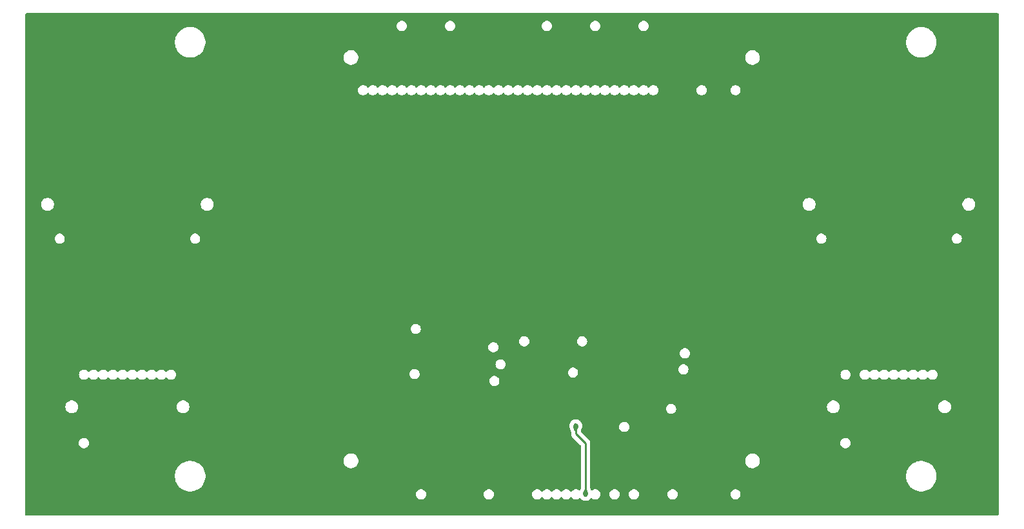
<source format=gbr>
%TF.GenerationSoftware,KiCad,Pcbnew,8.0.3-8.0.3-0~ubuntu24.04.1*%
%TF.CreationDate,2024-07-15T14:42:22+02:00*%
%TF.ProjectId,MainBoard,4d61696e-426f-4617-9264-2e6b69636164,rev?*%
%TF.SameCoordinates,Original*%
%TF.FileFunction,Copper,L3,Inr*%
%TF.FilePolarity,Positive*%
%FSLAX46Y46*%
G04 Gerber Fmt 4.6, Leading zero omitted, Abs format (unit mm)*
G04 Created by KiCad (PCBNEW 8.0.3-8.0.3-0~ubuntu24.04.1) date 2024-07-15 14:42:22*
%MOMM*%
%LPD*%
G01*
G04 APERTURE LIST*
%TA.AperFunction,ViaPad*%
%ADD10C,0.685800*%
%TD*%
%TA.AperFunction,Conductor*%
%ADD11C,0.254000*%
%TD*%
G04 APERTURE END LIST*
D10*
%TO.N,+3V3*%
X100650000Y-91537500D03*
X87270200Y-92825000D03*
X102860000Y-91215000D03*
X78500000Y-89375000D03*
X110875000Y-86000000D03*
X105375000Y-85200000D03*
X78550000Y-92375000D03*
X121000000Y-98075000D03*
X120105000Y-45050000D03*
%TO.N,GND*%
X101055000Y-106600000D03*
X99775000Y-97600000D03*
%TD*%
D11*
%TO.N,GND*%
X101055000Y-99905000D02*
X101055000Y-106600000D01*
X99775000Y-98625000D02*
X101055000Y-99905000D01*
X99775000Y-97600000D02*
X99775000Y-98625000D01*
%TD*%
%TA.AperFunction,Conductor*%
%TO.N,+3V3*%
G36*
X155232539Y-43395185D02*
G01*
X155278294Y-43447989D01*
X155289500Y-43499500D01*
X155289500Y-109250500D01*
X155269815Y-109317539D01*
X155217011Y-109363294D01*
X155165500Y-109374500D01*
X27624500Y-109374500D01*
X27557461Y-109354815D01*
X27511706Y-109302011D01*
X27500500Y-109250500D01*
X27500500Y-106599999D01*
X78779511Y-106599999D01*
X78779511Y-106600000D01*
X78798994Y-106760459D01*
X78856312Y-106911595D01*
X78856313Y-106911596D01*
X78948128Y-107044611D01*
X78948130Y-107044613D01*
X78948132Y-107044616D01*
X79069119Y-107151802D01*
X79212241Y-107226918D01*
X79369181Y-107265600D01*
X79530819Y-107265600D01*
X79687759Y-107226918D01*
X79830881Y-107151802D01*
X79951868Y-107044616D01*
X80043689Y-106911592D01*
X80101006Y-106760459D01*
X80120489Y-106600000D01*
X80120489Y-106599999D01*
X87684511Y-106599999D01*
X87684511Y-106600000D01*
X87703994Y-106760459D01*
X87761312Y-106911595D01*
X87761313Y-106911596D01*
X87853128Y-107044611D01*
X87853130Y-107044613D01*
X87853132Y-107044616D01*
X87974119Y-107151802D01*
X88117241Y-107226918D01*
X88274181Y-107265600D01*
X88435819Y-107265600D01*
X88592759Y-107226918D01*
X88735881Y-107151802D01*
X88856868Y-107044616D01*
X88948689Y-106911592D01*
X89006006Y-106760459D01*
X89025489Y-106600000D01*
X89025489Y-106599999D01*
X94034511Y-106599999D01*
X94034511Y-106600000D01*
X94053994Y-106760459D01*
X94111312Y-106911595D01*
X94111313Y-106911596D01*
X94203128Y-107044611D01*
X94203130Y-107044613D01*
X94203132Y-107044616D01*
X94324119Y-107151802D01*
X94467241Y-107226918D01*
X94624181Y-107265600D01*
X94785819Y-107265600D01*
X94942759Y-107226918D01*
X95085881Y-107151802D01*
X95206868Y-107044616D01*
X95235450Y-107003207D01*
X95289733Y-106959218D01*
X95359182Y-106951558D01*
X95421747Y-106982662D01*
X95439548Y-107003206D01*
X95468132Y-107044616D01*
X95589119Y-107151802D01*
X95732241Y-107226918D01*
X95889181Y-107265600D01*
X96050819Y-107265600D01*
X96207759Y-107226918D01*
X96350881Y-107151802D01*
X96471868Y-107044616D01*
X96499616Y-107004417D01*
X96505451Y-106995964D01*
X96559734Y-106951974D01*
X96629182Y-106944315D01*
X96691747Y-106975419D01*
X96709549Y-106995964D01*
X96743128Y-107044611D01*
X96743130Y-107044613D01*
X96743132Y-107044616D01*
X96864119Y-107151802D01*
X97007241Y-107226918D01*
X97164181Y-107265600D01*
X97325819Y-107265600D01*
X97482759Y-107226918D01*
X97625881Y-107151802D01*
X97746868Y-107044616D01*
X97777950Y-106999585D01*
X97832233Y-106955596D01*
X97901682Y-106947936D01*
X97964246Y-106979040D01*
X97982048Y-106999583D01*
X98013132Y-107044616D01*
X98134119Y-107151802D01*
X98277241Y-107226918D01*
X98434181Y-107265600D01*
X98595819Y-107265600D01*
X98752759Y-107226918D01*
X98895881Y-107151802D01*
X99016868Y-107044616D01*
X99047950Y-106999585D01*
X99102233Y-106955596D01*
X99171682Y-106947936D01*
X99234246Y-106979040D01*
X99252048Y-106999583D01*
X99283132Y-107044616D01*
X99404119Y-107151802D01*
X99547241Y-107226918D01*
X99704181Y-107265600D01*
X99865819Y-107265600D01*
X100022759Y-107226918D01*
X100165881Y-107151802D01*
X100213465Y-107109645D01*
X100276697Y-107079925D01*
X100345961Y-107089107D01*
X100387842Y-107119489D01*
X100487543Y-107230219D01*
X100487546Y-107230221D01*
X100630977Y-107334429D01*
X100792933Y-107406538D01*
X100792936Y-107406538D01*
X100792939Y-107406540D01*
X100966355Y-107443400D01*
X101143645Y-107443400D01*
X101317061Y-107406540D01*
X101317064Y-107406538D01*
X101317066Y-107406538D01*
X101349869Y-107391932D01*
X101479023Y-107334429D01*
X101622454Y-107230221D01*
X101722158Y-107119489D01*
X101781644Y-107082840D01*
X101851501Y-107084170D01*
X101896533Y-107109644D01*
X101944119Y-107151802D01*
X102087241Y-107226918D01*
X102244181Y-107265600D01*
X102405819Y-107265600D01*
X102562759Y-107226918D01*
X102705881Y-107151802D01*
X102826868Y-107044616D01*
X102918689Y-106911592D01*
X102976006Y-106760459D01*
X102995489Y-106600000D01*
X102995489Y-106599999D01*
X104194511Y-106599999D01*
X104194511Y-106600000D01*
X104213994Y-106760459D01*
X104271312Y-106911595D01*
X104271313Y-106911596D01*
X104363128Y-107044611D01*
X104363130Y-107044613D01*
X104363132Y-107044616D01*
X104484119Y-107151802D01*
X104627241Y-107226918D01*
X104784181Y-107265600D01*
X104945819Y-107265600D01*
X105102759Y-107226918D01*
X105245881Y-107151802D01*
X105366868Y-107044616D01*
X105458689Y-106911592D01*
X105516006Y-106760459D01*
X105535489Y-106600000D01*
X105535489Y-106599999D01*
X106734511Y-106599999D01*
X106734511Y-106600000D01*
X106753994Y-106760459D01*
X106811312Y-106911595D01*
X106811313Y-106911596D01*
X106903128Y-107044611D01*
X106903130Y-107044613D01*
X106903132Y-107044616D01*
X107024119Y-107151802D01*
X107167241Y-107226918D01*
X107324181Y-107265600D01*
X107485819Y-107265600D01*
X107642759Y-107226918D01*
X107785881Y-107151802D01*
X107906868Y-107044616D01*
X107998689Y-106911592D01*
X108056006Y-106760459D01*
X108075489Y-106600000D01*
X108075489Y-106599999D01*
X111809511Y-106599999D01*
X111809511Y-106600000D01*
X111828994Y-106760459D01*
X111886312Y-106911595D01*
X111886313Y-106911596D01*
X111978128Y-107044611D01*
X111978130Y-107044613D01*
X111978132Y-107044616D01*
X112099119Y-107151802D01*
X112242241Y-107226918D01*
X112399181Y-107265600D01*
X112560819Y-107265600D01*
X112717759Y-107226918D01*
X112860881Y-107151802D01*
X112981868Y-107044616D01*
X113073689Y-106911592D01*
X113131006Y-106760459D01*
X113150489Y-106600000D01*
X113150489Y-106599999D01*
X120069511Y-106599999D01*
X120069511Y-106600000D01*
X120088994Y-106760459D01*
X120146312Y-106911595D01*
X120146313Y-106911596D01*
X120238128Y-107044611D01*
X120238130Y-107044613D01*
X120238132Y-107044616D01*
X120359119Y-107151802D01*
X120502241Y-107226918D01*
X120659181Y-107265600D01*
X120820819Y-107265600D01*
X120977759Y-107226918D01*
X121120881Y-107151802D01*
X121241868Y-107044616D01*
X121333689Y-106911592D01*
X121391006Y-106760459D01*
X121410489Y-106600000D01*
X121391006Y-106439541D01*
X121333689Y-106288408D01*
X121333687Y-106288406D01*
X121333687Y-106288404D01*
X121333686Y-106288403D01*
X121241871Y-106155388D01*
X121241867Y-106155383D01*
X121188831Y-106108397D01*
X121120881Y-106048198D01*
X120977759Y-105973082D01*
X120977758Y-105973081D01*
X120977757Y-105973081D01*
X120820819Y-105934400D01*
X120659181Y-105934400D01*
X120502242Y-105973081D01*
X120359120Y-106048197D01*
X120238132Y-106155383D01*
X120238128Y-106155388D01*
X120146313Y-106288403D01*
X120146312Y-106288404D01*
X120088994Y-106439540D01*
X120069511Y-106599999D01*
X113150489Y-106599999D01*
X113131006Y-106439541D01*
X113073689Y-106288408D01*
X113073687Y-106288406D01*
X113073687Y-106288404D01*
X113073686Y-106288403D01*
X112981871Y-106155388D01*
X112981867Y-106155383D01*
X112928831Y-106108397D01*
X112860881Y-106048198D01*
X112717759Y-105973082D01*
X112717758Y-105973081D01*
X112717757Y-105973081D01*
X112560819Y-105934400D01*
X112399181Y-105934400D01*
X112242242Y-105973081D01*
X112099120Y-106048197D01*
X111978132Y-106155383D01*
X111978128Y-106155388D01*
X111886313Y-106288403D01*
X111886312Y-106288404D01*
X111828994Y-106439540D01*
X111809511Y-106599999D01*
X108075489Y-106599999D01*
X108056006Y-106439541D01*
X107998689Y-106288408D01*
X107998687Y-106288406D01*
X107998687Y-106288404D01*
X107998686Y-106288403D01*
X107906871Y-106155388D01*
X107906867Y-106155383D01*
X107853831Y-106108397D01*
X107785881Y-106048198D01*
X107642759Y-105973082D01*
X107642758Y-105973081D01*
X107642757Y-105973081D01*
X107485819Y-105934400D01*
X107324181Y-105934400D01*
X107167242Y-105973081D01*
X107024120Y-106048197D01*
X106903132Y-106155383D01*
X106903128Y-106155388D01*
X106811313Y-106288403D01*
X106811312Y-106288404D01*
X106753994Y-106439540D01*
X106734511Y-106599999D01*
X105535489Y-106599999D01*
X105516006Y-106439541D01*
X105458689Y-106288408D01*
X105458687Y-106288406D01*
X105458687Y-106288404D01*
X105458686Y-106288403D01*
X105366871Y-106155388D01*
X105366867Y-106155383D01*
X105313831Y-106108397D01*
X105245881Y-106048198D01*
X105102759Y-105973082D01*
X105102758Y-105973081D01*
X105102757Y-105973081D01*
X104945819Y-105934400D01*
X104784181Y-105934400D01*
X104627242Y-105973081D01*
X104484120Y-106048197D01*
X104363132Y-106155383D01*
X104363128Y-106155388D01*
X104271313Y-106288403D01*
X104271312Y-106288404D01*
X104213994Y-106439540D01*
X104194511Y-106599999D01*
X102995489Y-106599999D01*
X102976006Y-106439541D01*
X102918689Y-106288408D01*
X102918687Y-106288406D01*
X102918687Y-106288404D01*
X102918686Y-106288403D01*
X102826871Y-106155388D01*
X102826867Y-106155383D01*
X102773831Y-106108397D01*
X102705881Y-106048198D01*
X102562759Y-105973082D01*
X102562758Y-105973081D01*
X102562757Y-105973081D01*
X102405819Y-105934400D01*
X102244181Y-105934400D01*
X102087242Y-105973081D01*
X101944117Y-106048198D01*
X101943764Y-106048512D01*
X101943449Y-106048659D01*
X101937947Y-106052458D01*
X101937315Y-106051542D01*
X101880528Y-106078227D01*
X101811265Y-106069038D01*
X101757966Y-106023861D01*
X101744225Y-105995840D01*
X101689180Y-105835001D01*
X101682500Y-105794850D01*
X101682500Y-104078872D01*
X143139500Y-104078872D01*
X143139500Y-104341127D01*
X143166123Y-104543339D01*
X143173730Y-104601116D01*
X143241602Y-104854418D01*
X143241605Y-104854428D01*
X143341953Y-105096690D01*
X143341958Y-105096700D01*
X143473075Y-105323803D01*
X143632718Y-105531851D01*
X143632726Y-105531860D01*
X143818140Y-105717274D01*
X143818148Y-105717281D01*
X144026196Y-105876924D01*
X144253299Y-106008041D01*
X144253309Y-106008046D01*
X144495571Y-106108394D01*
X144495581Y-106108398D01*
X144748884Y-106176270D01*
X145008880Y-106210500D01*
X145008887Y-106210500D01*
X145271113Y-106210500D01*
X145271120Y-106210500D01*
X145531116Y-106176270D01*
X145784419Y-106108398D01*
X146026697Y-106008043D01*
X146253803Y-105876924D01*
X146461851Y-105717282D01*
X146461855Y-105717277D01*
X146461860Y-105717274D01*
X146647274Y-105531860D01*
X146647277Y-105531855D01*
X146647282Y-105531851D01*
X146806924Y-105323803D01*
X146938043Y-105096697D01*
X147038398Y-104854419D01*
X147106270Y-104601116D01*
X147140500Y-104341120D01*
X147140500Y-104078880D01*
X147106270Y-103818884D01*
X147038398Y-103565581D01*
X147038394Y-103565571D01*
X146938046Y-103323309D01*
X146938041Y-103323299D01*
X146806924Y-103096196D01*
X146647281Y-102888148D01*
X146647274Y-102888140D01*
X146461860Y-102702726D01*
X146461851Y-102702718D01*
X146253803Y-102543075D01*
X146026700Y-102411958D01*
X146026690Y-102411953D01*
X145784428Y-102311605D01*
X145784421Y-102311603D01*
X145784419Y-102311602D01*
X145531116Y-102243730D01*
X145473339Y-102236123D01*
X145271127Y-102209500D01*
X145271120Y-102209500D01*
X145008880Y-102209500D01*
X145008872Y-102209500D01*
X144777772Y-102239926D01*
X144748884Y-102243730D01*
X144521709Y-102304601D01*
X144495581Y-102311602D01*
X144495571Y-102311605D01*
X144253309Y-102411953D01*
X144253299Y-102411958D01*
X144026196Y-102543075D01*
X143818148Y-102702718D01*
X143632718Y-102888148D01*
X143473075Y-103096196D01*
X143341958Y-103323299D01*
X143341953Y-103323309D01*
X143241605Y-103565571D01*
X143241602Y-103565581D01*
X143173730Y-103818885D01*
X143139500Y-104078872D01*
X101682500Y-104078872D01*
X101682500Y-102304603D01*
X122004499Y-102304603D01*
X122041410Y-102490161D01*
X122041413Y-102490171D01*
X122113814Y-102664965D01*
X122113816Y-102664968D01*
X122218927Y-102822278D01*
X122218933Y-102822286D01*
X122352713Y-102956066D01*
X122352721Y-102956072D01*
X122510031Y-103061183D01*
X122510034Y-103061185D01*
X122594562Y-103096197D01*
X122684833Y-103133588D01*
X122684837Y-103133588D01*
X122684838Y-103133589D01*
X122870396Y-103170500D01*
X122870399Y-103170500D01*
X123059603Y-103170500D01*
X123184442Y-103145667D01*
X123245167Y-103133588D01*
X123419967Y-103061184D01*
X123577283Y-102956069D01*
X123711069Y-102822283D01*
X123816184Y-102664967D01*
X123888588Y-102490167D01*
X123924107Y-102311605D01*
X123925500Y-102304603D01*
X123925500Y-102115396D01*
X123888589Y-101929838D01*
X123888588Y-101929837D01*
X123888588Y-101929833D01*
X123888586Y-101929828D01*
X123816185Y-101755034D01*
X123816183Y-101755031D01*
X123711072Y-101597721D01*
X123711066Y-101597713D01*
X123577286Y-101463933D01*
X123577278Y-101463927D01*
X123419968Y-101358816D01*
X123419965Y-101358814D01*
X123245171Y-101286413D01*
X123245161Y-101286410D01*
X123059603Y-101249500D01*
X123059601Y-101249500D01*
X122870399Y-101249500D01*
X122870397Y-101249500D01*
X122684838Y-101286410D01*
X122684828Y-101286413D01*
X122510034Y-101358814D01*
X122510031Y-101358816D01*
X122352721Y-101463927D01*
X122352713Y-101463933D01*
X122218933Y-101597713D01*
X122218927Y-101597721D01*
X122113816Y-101755031D01*
X122113814Y-101755034D01*
X122041413Y-101929828D01*
X122041410Y-101929838D01*
X122004500Y-102115396D01*
X122004500Y-102115399D01*
X122004500Y-102304601D01*
X122004500Y-102304603D01*
X122004499Y-102304603D01*
X101682500Y-102304603D01*
X101682500Y-99874999D01*
X134509511Y-99874999D01*
X134509511Y-99875000D01*
X134528994Y-100035459D01*
X134586312Y-100186595D01*
X134586313Y-100186596D01*
X134678128Y-100319611D01*
X134678132Y-100319616D01*
X134799119Y-100426802D01*
X134942241Y-100501918D01*
X135099181Y-100540600D01*
X135260819Y-100540600D01*
X135417759Y-100501918D01*
X135560881Y-100426802D01*
X135681868Y-100319616D01*
X135773689Y-100186592D01*
X135831006Y-100035459D01*
X135850489Y-99875000D01*
X135850367Y-99873999D01*
X135846627Y-99843194D01*
X135831006Y-99714541D01*
X135773689Y-99563408D01*
X135773687Y-99563406D01*
X135773687Y-99563404D01*
X135773686Y-99563403D01*
X135681871Y-99430388D01*
X135681867Y-99430383D01*
X135666288Y-99416582D01*
X135560881Y-99323198D01*
X135417759Y-99248082D01*
X135417758Y-99248081D01*
X135417757Y-99248081D01*
X135260819Y-99209400D01*
X135099181Y-99209400D01*
X134942242Y-99248081D01*
X134799120Y-99323197D01*
X134678132Y-99430383D01*
X134678128Y-99430388D01*
X134586313Y-99563403D01*
X134586312Y-99563404D01*
X134528994Y-99714540D01*
X134509511Y-99874999D01*
X101682500Y-99874999D01*
X101682500Y-99843194D01*
X101658386Y-99721970D01*
X101658385Y-99721969D01*
X101658385Y-99721965D01*
X101655310Y-99714541D01*
X101611086Y-99607773D01*
X101611079Y-99607760D01*
X101542412Y-99504993D01*
X101542411Y-99504992D01*
X101455008Y-99417589D01*
X100462130Y-98424711D01*
X100428645Y-98363388D01*
X100432492Y-98296879D01*
X100566513Y-97905278D01*
X100566513Y-97905275D01*
X100566517Y-97905266D01*
X100577356Y-97869280D01*
X100577571Y-97867370D01*
X100582858Y-97842967D01*
X100604512Y-97776325D01*
X100604513Y-97776321D01*
X100604514Y-97776319D01*
X100607280Y-97749999D01*
X105464511Y-97749999D01*
X105464511Y-97750000D01*
X105483994Y-97910459D01*
X105541312Y-98061595D01*
X105541313Y-98061596D01*
X105633128Y-98194611D01*
X105633132Y-98194616D01*
X105754119Y-98301802D01*
X105897241Y-98376918D01*
X106054181Y-98415600D01*
X106215819Y-98415600D01*
X106372759Y-98376918D01*
X106515881Y-98301802D01*
X106636868Y-98194616D01*
X106728689Y-98061592D01*
X106786006Y-97910459D01*
X106805489Y-97750000D01*
X106786006Y-97589541D01*
X106728689Y-97438408D01*
X106728687Y-97438406D01*
X106728687Y-97438404D01*
X106728686Y-97438403D01*
X106636871Y-97305388D01*
X106636867Y-97305383D01*
X106621288Y-97291582D01*
X106515881Y-97198198D01*
X106372759Y-97123082D01*
X106372758Y-97123081D01*
X106372757Y-97123081D01*
X106215819Y-97084400D01*
X106054181Y-97084400D01*
X105897242Y-97123081D01*
X105754120Y-97198197D01*
X105633132Y-97305383D01*
X105633128Y-97305388D01*
X105541313Y-97438403D01*
X105541312Y-97438404D01*
X105483994Y-97589540D01*
X105464511Y-97749999D01*
X100607280Y-97749999D01*
X100623046Y-97600000D01*
X100604514Y-97423681D01*
X100549729Y-97255069D01*
X100549728Y-97255068D01*
X100549728Y-97255066D01*
X100549727Y-97255065D01*
X100473526Y-97123082D01*
X100461084Y-97101531D01*
X100407677Y-97042217D01*
X100342456Y-96969780D01*
X100270738Y-96917675D01*
X100199023Y-96865571D01*
X100199021Y-96865570D01*
X100199022Y-96865570D01*
X100037066Y-96793461D01*
X100037058Y-96793459D01*
X99863645Y-96756600D01*
X99686355Y-96756600D01*
X99512941Y-96793459D01*
X99512933Y-96793461D01*
X99350978Y-96865570D01*
X99207543Y-96969780D01*
X99088915Y-97101532D01*
X99000272Y-97255065D01*
X99000271Y-97255066D01*
X98945487Y-97423677D01*
X98945486Y-97423679D01*
X98926954Y-97600000D01*
X98945486Y-97776319D01*
X98975608Y-97869028D01*
X98979514Y-97884292D01*
X98983480Y-97905258D01*
X98983481Y-97905260D01*
X98983482Y-97905264D01*
X98983483Y-97905267D01*
X99140270Y-98363388D01*
X99140820Y-98364996D01*
X99147500Y-98405147D01*
X99147500Y-98686807D01*
X99171612Y-98808027D01*
X99171614Y-98808035D01*
X99205062Y-98888785D01*
X99218915Y-98922229D01*
X99218920Y-98922239D01*
X99287588Y-99025007D01*
X99287591Y-99025011D01*
X100391181Y-100128600D01*
X100424666Y-100189923D01*
X100427500Y-100216281D01*
X100427500Y-105794853D01*
X100420819Y-105835005D01*
X100365774Y-105995842D01*
X100325443Y-106052895D01*
X100260668Y-106079087D01*
X100192016Y-106066101D01*
X100166228Y-106048505D01*
X100165882Y-106048198D01*
X100022757Y-105973081D01*
X99865819Y-105934400D01*
X99704181Y-105934400D01*
X99547242Y-105973081D01*
X99404120Y-106048197D01*
X99283132Y-106155383D01*
X99283128Y-106155388D01*
X99252049Y-106200414D01*
X99197766Y-106244404D01*
X99128317Y-106252063D01*
X99065753Y-106220959D01*
X99047951Y-106200414D01*
X99016871Y-106155388D01*
X99016867Y-106155383D01*
X98963831Y-106108397D01*
X98895881Y-106048198D01*
X98752759Y-105973082D01*
X98752758Y-105973081D01*
X98752757Y-105973081D01*
X98595819Y-105934400D01*
X98434181Y-105934400D01*
X98277242Y-105973081D01*
X98134120Y-106048197D01*
X98013132Y-106155383D01*
X98013128Y-106155388D01*
X97982049Y-106200414D01*
X97927766Y-106244404D01*
X97858317Y-106252063D01*
X97795753Y-106220959D01*
X97777951Y-106200414D01*
X97746871Y-106155388D01*
X97746867Y-106155383D01*
X97693831Y-106108397D01*
X97625881Y-106048198D01*
X97482759Y-105973082D01*
X97482758Y-105973081D01*
X97482757Y-105973081D01*
X97325819Y-105934400D01*
X97164181Y-105934400D01*
X97007242Y-105973081D01*
X96864120Y-106048197D01*
X96743132Y-106155383D01*
X96743131Y-106155384D01*
X96709549Y-106204036D01*
X96655265Y-106248025D01*
X96585816Y-106255683D01*
X96523252Y-106224579D01*
X96505451Y-106204036D01*
X96471868Y-106155384D01*
X96471867Y-106155383D01*
X96418831Y-106108397D01*
X96350881Y-106048198D01*
X96207759Y-105973082D01*
X96207758Y-105973081D01*
X96207757Y-105973081D01*
X96050819Y-105934400D01*
X95889181Y-105934400D01*
X95732242Y-105973081D01*
X95589120Y-106048197D01*
X95468132Y-106155383D01*
X95468128Y-106155388D01*
X95439549Y-106196792D01*
X95385266Y-106240782D01*
X95315817Y-106248441D01*
X95253253Y-106217337D01*
X95235451Y-106196792D01*
X95206871Y-106155388D01*
X95206867Y-106155383D01*
X95153831Y-106108397D01*
X95085881Y-106048198D01*
X94942759Y-105973082D01*
X94942758Y-105973081D01*
X94942757Y-105973081D01*
X94785819Y-105934400D01*
X94624181Y-105934400D01*
X94467242Y-105973081D01*
X94324120Y-106048197D01*
X94203132Y-106155383D01*
X94203128Y-106155388D01*
X94111313Y-106288403D01*
X94111312Y-106288404D01*
X94053994Y-106439540D01*
X94034511Y-106599999D01*
X89025489Y-106599999D01*
X89006006Y-106439541D01*
X88948689Y-106288408D01*
X88948687Y-106288406D01*
X88948687Y-106288404D01*
X88948686Y-106288403D01*
X88856871Y-106155388D01*
X88856867Y-106155383D01*
X88803831Y-106108397D01*
X88735881Y-106048198D01*
X88592759Y-105973082D01*
X88592758Y-105973081D01*
X88592757Y-105973081D01*
X88435819Y-105934400D01*
X88274181Y-105934400D01*
X88117242Y-105973081D01*
X87974120Y-106048197D01*
X87853132Y-106155383D01*
X87853128Y-106155388D01*
X87761313Y-106288403D01*
X87761312Y-106288404D01*
X87703994Y-106439540D01*
X87684511Y-106599999D01*
X80120489Y-106599999D01*
X80101006Y-106439541D01*
X80043689Y-106288408D01*
X80043687Y-106288406D01*
X80043687Y-106288404D01*
X80043686Y-106288403D01*
X79951871Y-106155388D01*
X79951867Y-106155383D01*
X79898831Y-106108397D01*
X79830881Y-106048198D01*
X79687759Y-105973082D01*
X79687758Y-105973081D01*
X79687757Y-105973081D01*
X79530819Y-105934400D01*
X79369181Y-105934400D01*
X79212242Y-105973081D01*
X79069120Y-106048197D01*
X78948132Y-106155383D01*
X78948128Y-106155388D01*
X78856313Y-106288403D01*
X78856312Y-106288404D01*
X78798994Y-106439540D01*
X78779511Y-106599999D01*
X27500500Y-106599999D01*
X27500500Y-104078872D01*
X47139500Y-104078872D01*
X47139500Y-104341127D01*
X47166123Y-104543339D01*
X47173730Y-104601116D01*
X47241602Y-104854418D01*
X47241605Y-104854428D01*
X47341953Y-105096690D01*
X47341958Y-105096700D01*
X47473075Y-105323803D01*
X47632718Y-105531851D01*
X47632726Y-105531860D01*
X47818140Y-105717274D01*
X47818148Y-105717281D01*
X48026196Y-105876924D01*
X48253299Y-106008041D01*
X48253309Y-106008046D01*
X48495571Y-106108394D01*
X48495581Y-106108398D01*
X48748884Y-106176270D01*
X49008880Y-106210500D01*
X49008887Y-106210500D01*
X49271113Y-106210500D01*
X49271120Y-106210500D01*
X49531116Y-106176270D01*
X49784419Y-106108398D01*
X50026697Y-106008043D01*
X50253803Y-105876924D01*
X50461851Y-105717282D01*
X50461855Y-105717277D01*
X50461860Y-105717274D01*
X50647274Y-105531860D01*
X50647277Y-105531855D01*
X50647282Y-105531851D01*
X50806924Y-105323803D01*
X50938043Y-105096697D01*
X51038398Y-104854419D01*
X51106270Y-104601116D01*
X51140500Y-104341120D01*
X51140500Y-104078880D01*
X51106270Y-103818884D01*
X51038398Y-103565581D01*
X51038394Y-103565571D01*
X50938046Y-103323309D01*
X50938041Y-103323299D01*
X50806924Y-103096196D01*
X50647281Y-102888148D01*
X50647274Y-102888140D01*
X50461860Y-102702726D01*
X50461851Y-102702718D01*
X50253803Y-102543075D01*
X50026700Y-102411958D01*
X50026690Y-102411953D01*
X49784428Y-102311605D01*
X49784421Y-102311603D01*
X49784419Y-102311602D01*
X49758298Y-102304603D01*
X69294499Y-102304603D01*
X69331410Y-102490161D01*
X69331413Y-102490171D01*
X69403814Y-102664965D01*
X69403816Y-102664968D01*
X69508927Y-102822278D01*
X69508933Y-102822286D01*
X69642713Y-102956066D01*
X69642721Y-102956072D01*
X69800031Y-103061183D01*
X69800034Y-103061185D01*
X69884562Y-103096197D01*
X69974833Y-103133588D01*
X69974837Y-103133588D01*
X69974838Y-103133589D01*
X70160396Y-103170500D01*
X70160399Y-103170500D01*
X70349603Y-103170500D01*
X70474442Y-103145667D01*
X70535167Y-103133588D01*
X70709967Y-103061184D01*
X70867283Y-102956069D01*
X71001069Y-102822283D01*
X71106184Y-102664967D01*
X71178588Y-102490167D01*
X71214107Y-102311605D01*
X71215500Y-102304603D01*
X71215500Y-102115396D01*
X71178589Y-101929838D01*
X71178588Y-101929837D01*
X71178588Y-101929833D01*
X71178586Y-101929828D01*
X71106185Y-101755034D01*
X71106183Y-101755031D01*
X71001072Y-101597721D01*
X71001066Y-101597713D01*
X70867286Y-101463933D01*
X70867278Y-101463927D01*
X70709968Y-101358816D01*
X70709965Y-101358814D01*
X70535171Y-101286413D01*
X70535161Y-101286410D01*
X70349603Y-101249500D01*
X70349601Y-101249500D01*
X70160399Y-101249500D01*
X70160397Y-101249500D01*
X69974838Y-101286410D01*
X69974828Y-101286413D01*
X69800034Y-101358814D01*
X69800031Y-101358816D01*
X69642721Y-101463927D01*
X69642713Y-101463933D01*
X69508933Y-101597713D01*
X69508927Y-101597721D01*
X69403816Y-101755031D01*
X69403814Y-101755034D01*
X69331413Y-101929828D01*
X69331410Y-101929838D01*
X69294500Y-102115396D01*
X69294500Y-102115399D01*
X69294500Y-102304601D01*
X69294500Y-102304603D01*
X69294499Y-102304603D01*
X49758298Y-102304603D01*
X49531116Y-102243730D01*
X49473339Y-102236123D01*
X49271127Y-102209500D01*
X49271120Y-102209500D01*
X49008880Y-102209500D01*
X49008872Y-102209500D01*
X48777772Y-102239926D01*
X48748884Y-102243730D01*
X48521709Y-102304601D01*
X48495581Y-102311602D01*
X48495571Y-102311605D01*
X48253309Y-102411953D01*
X48253299Y-102411958D01*
X48026196Y-102543075D01*
X47818148Y-102702718D01*
X47632718Y-102888148D01*
X47473075Y-103096196D01*
X47341958Y-103323299D01*
X47341953Y-103323309D01*
X47241605Y-103565571D01*
X47241602Y-103565581D01*
X47173730Y-103818885D01*
X47139500Y-104078872D01*
X27500500Y-104078872D01*
X27500500Y-99873999D01*
X34509511Y-99873999D01*
X34509511Y-99874000D01*
X34528994Y-100034459D01*
X34586312Y-100185595D01*
X34586313Y-100185596D01*
X34678128Y-100318611D01*
X34678132Y-100318616D01*
X34799119Y-100425802D01*
X34942241Y-100500918D01*
X35099181Y-100539600D01*
X35260819Y-100539600D01*
X35417759Y-100500918D01*
X35560881Y-100425802D01*
X35681868Y-100318616D01*
X35773689Y-100185592D01*
X35831006Y-100034459D01*
X35850489Y-99874000D01*
X35831006Y-99713541D01*
X35773689Y-99562408D01*
X35773687Y-99562406D01*
X35773687Y-99562404D01*
X35773686Y-99562403D01*
X35681871Y-99429388D01*
X35681867Y-99429383D01*
X35666288Y-99415582D01*
X35560881Y-99322198D01*
X35417759Y-99247082D01*
X35417758Y-99247081D01*
X35417757Y-99247081D01*
X35260819Y-99208400D01*
X35099181Y-99208400D01*
X34942242Y-99247081D01*
X34799120Y-99322197D01*
X34678132Y-99429383D01*
X34678128Y-99429388D01*
X34586313Y-99562403D01*
X34586312Y-99562404D01*
X34528994Y-99713540D01*
X34509511Y-99873999D01*
X27500500Y-99873999D01*
X27500500Y-95026721D01*
X32744500Y-95026721D01*
X32744500Y-95193278D01*
X32776990Y-95356615D01*
X32776992Y-95356623D01*
X32840728Y-95510495D01*
X32840728Y-95510496D01*
X32933255Y-95648973D01*
X32933261Y-95648980D01*
X33051019Y-95766738D01*
X33051026Y-95766744D01*
X33189504Y-95859271D01*
X33189505Y-95859271D01*
X33189506Y-95859272D01*
X33343377Y-95923008D01*
X33506721Y-95955499D01*
X33506725Y-95955500D01*
X33506726Y-95955500D01*
X33673275Y-95955500D01*
X33673276Y-95955499D01*
X33836623Y-95923008D01*
X33990494Y-95859272D01*
X33990495Y-95859271D01*
X33990496Y-95859271D01*
X34059734Y-95813007D01*
X34128975Y-95766743D01*
X34246743Y-95648975D01*
X34339272Y-95510494D01*
X34403008Y-95356623D01*
X34435500Y-95193274D01*
X34435500Y-95026726D01*
X34435499Y-95026721D01*
X47354500Y-95026721D01*
X47354500Y-95193278D01*
X47386990Y-95356615D01*
X47386992Y-95356623D01*
X47450728Y-95510495D01*
X47450728Y-95510496D01*
X47543255Y-95648973D01*
X47543261Y-95648980D01*
X47661019Y-95766738D01*
X47661026Y-95766744D01*
X47799504Y-95859271D01*
X47799505Y-95859271D01*
X47799506Y-95859272D01*
X47953377Y-95923008D01*
X48116721Y-95955499D01*
X48116725Y-95955500D01*
X48116726Y-95955500D01*
X48283275Y-95955500D01*
X48283276Y-95955499D01*
X48446623Y-95923008D01*
X48600494Y-95859272D01*
X48600495Y-95859271D01*
X48600496Y-95859271D01*
X48669734Y-95813007D01*
X48738975Y-95766743D01*
X48856743Y-95648975D01*
X48949272Y-95510494D01*
X49005396Y-95374999D01*
X111604511Y-95374999D01*
X111604511Y-95375000D01*
X111623994Y-95535459D01*
X111681312Y-95686595D01*
X111681313Y-95686596D01*
X111773128Y-95819611D01*
X111773132Y-95819616D01*
X111894119Y-95926802D01*
X112037241Y-96001918D01*
X112194181Y-96040600D01*
X112355819Y-96040600D01*
X112512759Y-96001918D01*
X112655881Y-95926802D01*
X112776868Y-95819616D01*
X112868689Y-95686592D01*
X112926006Y-95535459D01*
X112945489Y-95375000D01*
X112926006Y-95214541D01*
X112868689Y-95063408D01*
X112868687Y-95063406D01*
X112868687Y-95063404D01*
X112868686Y-95063403D01*
X112843366Y-95026721D01*
X132744500Y-95026721D01*
X132744500Y-95193278D01*
X132776990Y-95356615D01*
X132776992Y-95356623D01*
X132840728Y-95510495D01*
X132840728Y-95510496D01*
X132933255Y-95648973D01*
X132933261Y-95648980D01*
X133051019Y-95766738D01*
X133051026Y-95766744D01*
X133189504Y-95859271D01*
X133189505Y-95859271D01*
X133189506Y-95859272D01*
X133343377Y-95923008D01*
X133506721Y-95955499D01*
X133506725Y-95955500D01*
X133506726Y-95955500D01*
X133673275Y-95955500D01*
X133673276Y-95955499D01*
X133836623Y-95923008D01*
X133990494Y-95859272D01*
X133990495Y-95859271D01*
X133990496Y-95859271D01*
X134059734Y-95813007D01*
X134128975Y-95766743D01*
X134246743Y-95648975D01*
X134339272Y-95510494D01*
X134403008Y-95356623D01*
X134435500Y-95193274D01*
X134435500Y-95026726D01*
X134435499Y-95026721D01*
X147354500Y-95026721D01*
X147354500Y-95193278D01*
X147386990Y-95356615D01*
X147386992Y-95356623D01*
X147450728Y-95510495D01*
X147450728Y-95510496D01*
X147543255Y-95648973D01*
X147543261Y-95648980D01*
X147661019Y-95766738D01*
X147661026Y-95766744D01*
X147799504Y-95859271D01*
X147799505Y-95859271D01*
X147799506Y-95859272D01*
X147953377Y-95923008D01*
X148116721Y-95955499D01*
X148116725Y-95955500D01*
X148116726Y-95955500D01*
X148283275Y-95955500D01*
X148283276Y-95955499D01*
X148446623Y-95923008D01*
X148600494Y-95859272D01*
X148600495Y-95859271D01*
X148600496Y-95859271D01*
X148669734Y-95813007D01*
X148738975Y-95766743D01*
X148856743Y-95648975D01*
X148949272Y-95510494D01*
X149013008Y-95356623D01*
X149045500Y-95193274D01*
X149045500Y-95026726D01*
X149013008Y-94863377D01*
X148949272Y-94709506D01*
X148949271Y-94709504D01*
X148949271Y-94709503D01*
X148856744Y-94571026D01*
X148856738Y-94571019D01*
X148738980Y-94453261D01*
X148738973Y-94453255D01*
X148600495Y-94360728D01*
X148446623Y-94296992D01*
X148446615Y-94296990D01*
X148283278Y-94264500D01*
X148283274Y-94264500D01*
X148116726Y-94264500D01*
X148116721Y-94264500D01*
X147953384Y-94296990D01*
X147953376Y-94296992D01*
X147799504Y-94360728D01*
X147799503Y-94360728D01*
X147661026Y-94453255D01*
X147661019Y-94453261D01*
X147543261Y-94571019D01*
X147543255Y-94571026D01*
X147450728Y-94709503D01*
X147450728Y-94709504D01*
X147386992Y-94863376D01*
X147386990Y-94863384D01*
X147354500Y-95026721D01*
X134435499Y-95026721D01*
X134403008Y-94863377D01*
X134339272Y-94709506D01*
X134339271Y-94709504D01*
X134339271Y-94709503D01*
X134246744Y-94571026D01*
X134246738Y-94571019D01*
X134128980Y-94453261D01*
X134128973Y-94453255D01*
X133990495Y-94360728D01*
X133836623Y-94296992D01*
X133836615Y-94296990D01*
X133673278Y-94264500D01*
X133673274Y-94264500D01*
X133506726Y-94264500D01*
X133506721Y-94264500D01*
X133343384Y-94296990D01*
X133343376Y-94296992D01*
X133189504Y-94360728D01*
X133189503Y-94360728D01*
X133051026Y-94453255D01*
X133051019Y-94453261D01*
X132933261Y-94571019D01*
X132933255Y-94571026D01*
X132840728Y-94709503D01*
X132840728Y-94709504D01*
X132776992Y-94863376D01*
X132776990Y-94863384D01*
X132744500Y-95026721D01*
X112843366Y-95026721D01*
X112776871Y-94930388D01*
X112776867Y-94930383D01*
X112701232Y-94863376D01*
X112655881Y-94823198D01*
X112512759Y-94748082D01*
X112512758Y-94748081D01*
X112512757Y-94748081D01*
X112355819Y-94709400D01*
X112194181Y-94709400D01*
X112037242Y-94748081D01*
X111894120Y-94823197D01*
X111773132Y-94930383D01*
X111773128Y-94930388D01*
X111681313Y-95063403D01*
X111681312Y-95063404D01*
X111623994Y-95214540D01*
X111604511Y-95374999D01*
X49005396Y-95374999D01*
X49013008Y-95356623D01*
X49045500Y-95193274D01*
X49045500Y-95026726D01*
X49013008Y-94863377D01*
X48949272Y-94709506D01*
X48949271Y-94709504D01*
X48949271Y-94709503D01*
X48856744Y-94571026D01*
X48856738Y-94571019D01*
X48738980Y-94453261D01*
X48738973Y-94453255D01*
X48600495Y-94360728D01*
X48446623Y-94296992D01*
X48446615Y-94296990D01*
X48283278Y-94264500D01*
X48283274Y-94264500D01*
X48116726Y-94264500D01*
X48116721Y-94264500D01*
X47953384Y-94296990D01*
X47953376Y-94296992D01*
X47799504Y-94360728D01*
X47799503Y-94360728D01*
X47661026Y-94453255D01*
X47661019Y-94453261D01*
X47543261Y-94571019D01*
X47543255Y-94571026D01*
X47450728Y-94709503D01*
X47450728Y-94709504D01*
X47386992Y-94863376D01*
X47386990Y-94863384D01*
X47354500Y-95026721D01*
X34435499Y-95026721D01*
X34403008Y-94863377D01*
X34339272Y-94709506D01*
X34339271Y-94709504D01*
X34339271Y-94709503D01*
X34246744Y-94571026D01*
X34246738Y-94571019D01*
X34128980Y-94453261D01*
X34128973Y-94453255D01*
X33990495Y-94360728D01*
X33836623Y-94296992D01*
X33836615Y-94296990D01*
X33673278Y-94264500D01*
X33673274Y-94264500D01*
X33506726Y-94264500D01*
X33506721Y-94264500D01*
X33343384Y-94296990D01*
X33343376Y-94296992D01*
X33189504Y-94360728D01*
X33189503Y-94360728D01*
X33051026Y-94453255D01*
X33051019Y-94453261D01*
X32933261Y-94571019D01*
X32933255Y-94571026D01*
X32840728Y-94709503D01*
X32840728Y-94709504D01*
X32776992Y-94863376D01*
X32776990Y-94863384D01*
X32744500Y-95026721D01*
X27500500Y-95026721D01*
X27500500Y-91699999D01*
X88404511Y-91699999D01*
X88404511Y-91700000D01*
X88423994Y-91860459D01*
X88481312Y-92011595D01*
X88481313Y-92011596D01*
X88573128Y-92144611D01*
X88573132Y-92144616D01*
X88694119Y-92251802D01*
X88837241Y-92326918D01*
X88994181Y-92365600D01*
X89155819Y-92365600D01*
X89312759Y-92326918D01*
X89455881Y-92251802D01*
X89576868Y-92144616D01*
X89668689Y-92011592D01*
X89726006Y-91860459D01*
X89745489Y-91700000D01*
X89726006Y-91539541D01*
X89668689Y-91388408D01*
X89668687Y-91388406D01*
X89668687Y-91388404D01*
X89668686Y-91388403D01*
X89576871Y-91255388D01*
X89576867Y-91255383D01*
X89548888Y-91230596D01*
X89455881Y-91148198D01*
X89312759Y-91073082D01*
X89312758Y-91073081D01*
X89312757Y-91073081D01*
X89155819Y-91034400D01*
X88994181Y-91034400D01*
X88837242Y-91073081D01*
X88694120Y-91148197D01*
X88573132Y-91255383D01*
X88573128Y-91255388D01*
X88481313Y-91388403D01*
X88481312Y-91388404D01*
X88423994Y-91539540D01*
X88404511Y-91699999D01*
X27500500Y-91699999D01*
X27500500Y-90873999D01*
X34529511Y-90873999D01*
X34529511Y-90874000D01*
X34548994Y-91034459D01*
X34606312Y-91185595D01*
X34606313Y-91185596D01*
X34698128Y-91318611D01*
X34698130Y-91318613D01*
X34698132Y-91318616D01*
X34819119Y-91425802D01*
X34962241Y-91500918D01*
X35119181Y-91539600D01*
X35280819Y-91539600D01*
X35437759Y-91500918D01*
X35580881Y-91425802D01*
X35701868Y-91318616D01*
X35722951Y-91288073D01*
X35777234Y-91244083D01*
X35846682Y-91236424D01*
X35909247Y-91267528D01*
X35927049Y-91288073D01*
X35948128Y-91318611D01*
X35948130Y-91318613D01*
X35948132Y-91318616D01*
X36069119Y-91425802D01*
X36212241Y-91500918D01*
X36369181Y-91539600D01*
X36530819Y-91539600D01*
X36687759Y-91500918D01*
X36830881Y-91425802D01*
X36951868Y-91318616D01*
X36992951Y-91259096D01*
X37047233Y-91215108D01*
X37116682Y-91207449D01*
X37179247Y-91238553D01*
X37197045Y-91259093D01*
X37238132Y-91318616D01*
X37359119Y-91425802D01*
X37502241Y-91500918D01*
X37659181Y-91539600D01*
X37820819Y-91539600D01*
X37977759Y-91500918D01*
X38120881Y-91425802D01*
X38241868Y-91318616D01*
X38262951Y-91288073D01*
X38317234Y-91244083D01*
X38386682Y-91236424D01*
X38449247Y-91267528D01*
X38467049Y-91288073D01*
X38488128Y-91318611D01*
X38488130Y-91318613D01*
X38488132Y-91318616D01*
X38609119Y-91425802D01*
X38752241Y-91500918D01*
X38909181Y-91539600D01*
X39070819Y-91539600D01*
X39227759Y-91500918D01*
X39370881Y-91425802D01*
X39491868Y-91318616D01*
X39522950Y-91273585D01*
X39577233Y-91229596D01*
X39646682Y-91221936D01*
X39709246Y-91253040D01*
X39727048Y-91273583D01*
X39758132Y-91318616D01*
X39879119Y-91425802D01*
X40022241Y-91500918D01*
X40179181Y-91539600D01*
X40340819Y-91539600D01*
X40497759Y-91500918D01*
X40640881Y-91425802D01*
X40761868Y-91318616D01*
X40792950Y-91273585D01*
X40847233Y-91229596D01*
X40916682Y-91221936D01*
X40979246Y-91253040D01*
X40997048Y-91273583D01*
X41028132Y-91318616D01*
X41149119Y-91425802D01*
X41292241Y-91500918D01*
X41449181Y-91539600D01*
X41610819Y-91539600D01*
X41767759Y-91500918D01*
X41910881Y-91425802D01*
X42031868Y-91318616D01*
X42062950Y-91273585D01*
X42117233Y-91229596D01*
X42186682Y-91221936D01*
X42249246Y-91253040D01*
X42267048Y-91273583D01*
X42298132Y-91318616D01*
X42419119Y-91425802D01*
X42562241Y-91500918D01*
X42719181Y-91539600D01*
X42880819Y-91539600D01*
X43037759Y-91500918D01*
X43180881Y-91425802D01*
X43301868Y-91318616D01*
X43332950Y-91273585D01*
X43387233Y-91229596D01*
X43456682Y-91221936D01*
X43519246Y-91253040D01*
X43537048Y-91273583D01*
X43568132Y-91318616D01*
X43689119Y-91425802D01*
X43832241Y-91500918D01*
X43989181Y-91539600D01*
X44150819Y-91539600D01*
X44307759Y-91500918D01*
X44450881Y-91425802D01*
X44571868Y-91318616D01*
X44602950Y-91273585D01*
X44657233Y-91229596D01*
X44726682Y-91221936D01*
X44789246Y-91253040D01*
X44807048Y-91273583D01*
X44838132Y-91318616D01*
X44959119Y-91425802D01*
X45102241Y-91500918D01*
X45259181Y-91539600D01*
X45420819Y-91539600D01*
X45577759Y-91500918D01*
X45720881Y-91425802D01*
X45841868Y-91318616D01*
X45872950Y-91273585D01*
X45927233Y-91229596D01*
X45996682Y-91221936D01*
X46059246Y-91253040D01*
X46077048Y-91273583D01*
X46108132Y-91318616D01*
X46229119Y-91425802D01*
X46372241Y-91500918D01*
X46529181Y-91539600D01*
X46690819Y-91539600D01*
X46847759Y-91500918D01*
X46990881Y-91425802D01*
X47111868Y-91318616D01*
X47203689Y-91185592D01*
X47261006Y-91034459D01*
X47280489Y-90874000D01*
X47271577Y-90800599D01*
X77929511Y-90800599D01*
X77929511Y-90800600D01*
X77948994Y-90961059D01*
X78006312Y-91112195D01*
X78006313Y-91112196D01*
X78098128Y-91245211D01*
X78098132Y-91245216D01*
X78219119Y-91352402D01*
X78362241Y-91427518D01*
X78519181Y-91466200D01*
X78680819Y-91466200D01*
X78837759Y-91427518D01*
X78980881Y-91352402D01*
X79101868Y-91245216D01*
X79193689Y-91112192D01*
X79251006Y-90961059D01*
X79270489Y-90800600D01*
X79251006Y-90640141D01*
X79235782Y-90599999D01*
X98729511Y-90599999D01*
X98729511Y-90600000D01*
X98748994Y-90760459D01*
X98806312Y-90911595D01*
X98806313Y-90911596D01*
X98898128Y-91044611D01*
X98898132Y-91044616D01*
X99019119Y-91151802D01*
X99162241Y-91226918D01*
X99319181Y-91265600D01*
X99480819Y-91265600D01*
X99637759Y-91226918D01*
X99780881Y-91151802D01*
X99901868Y-91044616D01*
X99993689Y-90911592D01*
X100007567Y-90874999D01*
X134529511Y-90874999D01*
X134529511Y-90875000D01*
X134548994Y-91035459D01*
X134606312Y-91186595D01*
X134606313Y-91186596D01*
X134698128Y-91319611D01*
X134698130Y-91319613D01*
X134698132Y-91319616D01*
X134819119Y-91426802D01*
X134962241Y-91501918D01*
X135119181Y-91540600D01*
X135280819Y-91540600D01*
X135437759Y-91501918D01*
X135580881Y-91426802D01*
X135701868Y-91319616D01*
X135793689Y-91186592D01*
X135851006Y-91035459D01*
X135870489Y-90875000D01*
X135870489Y-90874999D01*
X137049511Y-90874999D01*
X137049511Y-90875000D01*
X137068994Y-91035459D01*
X137126312Y-91186595D01*
X137126313Y-91186596D01*
X137218128Y-91319611D01*
X137218130Y-91319613D01*
X137218132Y-91319616D01*
X137339119Y-91426802D01*
X137482241Y-91501918D01*
X137639181Y-91540600D01*
X137800819Y-91540600D01*
X137957759Y-91501918D01*
X138100881Y-91426802D01*
X138221868Y-91319616D01*
X138252950Y-91274585D01*
X138307233Y-91230596D01*
X138376682Y-91222936D01*
X138439246Y-91254040D01*
X138457048Y-91274583D01*
X138488132Y-91319616D01*
X138609119Y-91426802D01*
X138752241Y-91501918D01*
X138909181Y-91540600D01*
X139070819Y-91540600D01*
X139227759Y-91501918D01*
X139370881Y-91426802D01*
X139491868Y-91319616D01*
X139522950Y-91274585D01*
X139577233Y-91230596D01*
X139646682Y-91222936D01*
X139709246Y-91254040D01*
X139727048Y-91274583D01*
X139758132Y-91319616D01*
X139879119Y-91426802D01*
X140022241Y-91501918D01*
X140179181Y-91540600D01*
X140340819Y-91540600D01*
X140497759Y-91501918D01*
X140640881Y-91426802D01*
X140761868Y-91319616D01*
X140792950Y-91274585D01*
X140847233Y-91230596D01*
X140916682Y-91222936D01*
X140979246Y-91254040D01*
X140997048Y-91274583D01*
X141028132Y-91319616D01*
X141149119Y-91426802D01*
X141292241Y-91501918D01*
X141449181Y-91540600D01*
X141610819Y-91540600D01*
X141767759Y-91501918D01*
X141910881Y-91426802D01*
X142031868Y-91319616D01*
X142062950Y-91274585D01*
X142117233Y-91230596D01*
X142186682Y-91222936D01*
X142249246Y-91254040D01*
X142267048Y-91274583D01*
X142298132Y-91319616D01*
X142419119Y-91426802D01*
X142562241Y-91501918D01*
X142719181Y-91540600D01*
X142880819Y-91540600D01*
X143037759Y-91501918D01*
X143180881Y-91426802D01*
X143301868Y-91319616D01*
X143332950Y-91274585D01*
X143387233Y-91230596D01*
X143456682Y-91222936D01*
X143519246Y-91254040D01*
X143537048Y-91274583D01*
X143568132Y-91319616D01*
X143689119Y-91426802D01*
X143832241Y-91501918D01*
X143989181Y-91540600D01*
X144150819Y-91540600D01*
X144307759Y-91501918D01*
X144450881Y-91426802D01*
X144571868Y-91319616D01*
X144602950Y-91274585D01*
X144657233Y-91230596D01*
X144726682Y-91222936D01*
X144789246Y-91254040D01*
X144807048Y-91274583D01*
X144838132Y-91319616D01*
X144959119Y-91426802D01*
X145102241Y-91501918D01*
X145259181Y-91540600D01*
X145420819Y-91540600D01*
X145577759Y-91501918D01*
X145720881Y-91426802D01*
X145841868Y-91319616D01*
X145872950Y-91274585D01*
X145927233Y-91230596D01*
X145996682Y-91222936D01*
X146059246Y-91254040D01*
X146077048Y-91274583D01*
X146108132Y-91319616D01*
X146229119Y-91426802D01*
X146372241Y-91501918D01*
X146529181Y-91540600D01*
X146690819Y-91540600D01*
X146847759Y-91501918D01*
X146990881Y-91426802D01*
X147111868Y-91319616D01*
X147203689Y-91186592D01*
X147261006Y-91035459D01*
X147280489Y-90875000D01*
X147280367Y-90873999D01*
X147263150Y-90732202D01*
X147261006Y-90714541D01*
X147203689Y-90563408D01*
X147203687Y-90563406D01*
X147203687Y-90563404D01*
X147203686Y-90563403D01*
X147111871Y-90430388D01*
X147111867Y-90430383D01*
X147096288Y-90416582D01*
X146990881Y-90323198D01*
X146847759Y-90248082D01*
X146847758Y-90248081D01*
X146847757Y-90248081D01*
X146690819Y-90209400D01*
X146529181Y-90209400D01*
X146372242Y-90248081D01*
X146229120Y-90323197D01*
X146108132Y-90430383D01*
X146108128Y-90430388D01*
X146077049Y-90475414D01*
X146022766Y-90519404D01*
X145953317Y-90527063D01*
X145890753Y-90495959D01*
X145872951Y-90475414D01*
X145841871Y-90430388D01*
X145841867Y-90430383D01*
X145826288Y-90416582D01*
X145720881Y-90323198D01*
X145577759Y-90248082D01*
X145577758Y-90248081D01*
X145577757Y-90248081D01*
X145420819Y-90209400D01*
X145259181Y-90209400D01*
X145102242Y-90248081D01*
X144959120Y-90323197D01*
X144838132Y-90430383D01*
X144838128Y-90430388D01*
X144807049Y-90475414D01*
X144752766Y-90519404D01*
X144683317Y-90527063D01*
X144620753Y-90495959D01*
X144602951Y-90475414D01*
X144571871Y-90430388D01*
X144571867Y-90430383D01*
X144556288Y-90416582D01*
X144450881Y-90323198D01*
X144307759Y-90248082D01*
X144307758Y-90248081D01*
X144307757Y-90248081D01*
X144150819Y-90209400D01*
X143989181Y-90209400D01*
X143832242Y-90248081D01*
X143689120Y-90323197D01*
X143568132Y-90430383D01*
X143568128Y-90430388D01*
X143537049Y-90475414D01*
X143482766Y-90519404D01*
X143413317Y-90527063D01*
X143350753Y-90495959D01*
X143332951Y-90475414D01*
X143301871Y-90430388D01*
X143301867Y-90430383D01*
X143286288Y-90416582D01*
X143180881Y-90323198D01*
X143037759Y-90248082D01*
X143037758Y-90248081D01*
X143037757Y-90248081D01*
X142880819Y-90209400D01*
X142719181Y-90209400D01*
X142562242Y-90248081D01*
X142419120Y-90323197D01*
X142298132Y-90430383D01*
X142298128Y-90430388D01*
X142267049Y-90475414D01*
X142212766Y-90519404D01*
X142143317Y-90527063D01*
X142080753Y-90495959D01*
X142062951Y-90475414D01*
X142031871Y-90430388D01*
X142031867Y-90430383D01*
X142016288Y-90416582D01*
X141910881Y-90323198D01*
X141767759Y-90248082D01*
X141767758Y-90248081D01*
X141767757Y-90248081D01*
X141610819Y-90209400D01*
X141449181Y-90209400D01*
X141292242Y-90248081D01*
X141149120Y-90323197D01*
X141028132Y-90430383D01*
X141028128Y-90430388D01*
X140997049Y-90475414D01*
X140942766Y-90519404D01*
X140873317Y-90527063D01*
X140810753Y-90495959D01*
X140792951Y-90475414D01*
X140761871Y-90430388D01*
X140761867Y-90430383D01*
X140746288Y-90416582D01*
X140640881Y-90323198D01*
X140497759Y-90248082D01*
X140497758Y-90248081D01*
X140497757Y-90248081D01*
X140340819Y-90209400D01*
X140179181Y-90209400D01*
X140022242Y-90248081D01*
X139879120Y-90323197D01*
X139758132Y-90430383D01*
X139758128Y-90430388D01*
X139727049Y-90475414D01*
X139672766Y-90519404D01*
X139603317Y-90527063D01*
X139540753Y-90495959D01*
X139522951Y-90475414D01*
X139491871Y-90430388D01*
X139491867Y-90430383D01*
X139476288Y-90416582D01*
X139370881Y-90323198D01*
X139227759Y-90248082D01*
X139227758Y-90248081D01*
X139227757Y-90248081D01*
X139070819Y-90209400D01*
X138909181Y-90209400D01*
X138752242Y-90248081D01*
X138609120Y-90323197D01*
X138488132Y-90430383D01*
X138488128Y-90430388D01*
X138457049Y-90475414D01*
X138402766Y-90519404D01*
X138333317Y-90527063D01*
X138270753Y-90495959D01*
X138252951Y-90475414D01*
X138221871Y-90430388D01*
X138221867Y-90430383D01*
X138206288Y-90416582D01*
X138100881Y-90323198D01*
X137957759Y-90248082D01*
X137957758Y-90248081D01*
X137957757Y-90248081D01*
X137800819Y-90209400D01*
X137639181Y-90209400D01*
X137482242Y-90248081D01*
X137339120Y-90323197D01*
X137218132Y-90430383D01*
X137218128Y-90430388D01*
X137126313Y-90563403D01*
X137126312Y-90563404D01*
X137068994Y-90714540D01*
X137049511Y-90874999D01*
X135870489Y-90874999D01*
X135870367Y-90873999D01*
X135853150Y-90732202D01*
X135851006Y-90714541D01*
X135793689Y-90563408D01*
X135793687Y-90563406D01*
X135793687Y-90563404D01*
X135793686Y-90563403D01*
X135701871Y-90430388D01*
X135701867Y-90430383D01*
X135686288Y-90416582D01*
X135580881Y-90323198D01*
X135437759Y-90248082D01*
X135437758Y-90248081D01*
X135437757Y-90248081D01*
X135280819Y-90209400D01*
X135119181Y-90209400D01*
X134962242Y-90248081D01*
X134819120Y-90323197D01*
X134698132Y-90430383D01*
X134698128Y-90430388D01*
X134606313Y-90563403D01*
X134606312Y-90563404D01*
X134548994Y-90714540D01*
X134529511Y-90874999D01*
X100007567Y-90874999D01*
X100051006Y-90760459D01*
X100070489Y-90600000D01*
X100051006Y-90439541D01*
X99993689Y-90288408D01*
X99993687Y-90288406D01*
X99993687Y-90288404D01*
X99993686Y-90288403D01*
X99919135Y-90180399D01*
X113229511Y-90180399D01*
X113229511Y-90180400D01*
X113248994Y-90340859D01*
X113306312Y-90491995D01*
X113306313Y-90491996D01*
X113398128Y-90625011D01*
X113398132Y-90625016D01*
X113519119Y-90732202D01*
X113662241Y-90807318D01*
X113819181Y-90846000D01*
X113980819Y-90846000D01*
X114137759Y-90807318D01*
X114280881Y-90732202D01*
X114401868Y-90625016D01*
X114493689Y-90491992D01*
X114551006Y-90340859D01*
X114570489Y-90180400D01*
X114551006Y-90019941D01*
X114493689Y-89868808D01*
X114493687Y-89868806D01*
X114493687Y-89868804D01*
X114493686Y-89868803D01*
X114401871Y-89735788D01*
X114401867Y-89735783D01*
X114345063Y-89685459D01*
X114280881Y-89628598D01*
X114137759Y-89553482D01*
X114137758Y-89553481D01*
X114137757Y-89553481D01*
X113980819Y-89514800D01*
X113819181Y-89514800D01*
X113662242Y-89553481D01*
X113519120Y-89628597D01*
X113398132Y-89735783D01*
X113398128Y-89735788D01*
X113306313Y-89868803D01*
X113306312Y-89868804D01*
X113248994Y-90019940D01*
X113229511Y-90180399D01*
X99919135Y-90180399D01*
X99901871Y-90155388D01*
X99901867Y-90155383D01*
X99878859Y-90135000D01*
X99780881Y-90048198D01*
X99637759Y-89973082D01*
X99637758Y-89973081D01*
X99637757Y-89973081D01*
X99480819Y-89934400D01*
X99319181Y-89934400D01*
X99162242Y-89973081D01*
X99019120Y-90048197D01*
X98898132Y-90155383D01*
X98898128Y-90155388D01*
X98806313Y-90288403D01*
X98806312Y-90288404D01*
X98748994Y-90439540D01*
X98729511Y-90599999D01*
X79235782Y-90599999D01*
X79193689Y-90489008D01*
X79193687Y-90489006D01*
X79193687Y-90489004D01*
X79193686Y-90489003D01*
X79101871Y-90355988D01*
X79101867Y-90355983D01*
X79084796Y-90340859D01*
X78980881Y-90248798D01*
X78837759Y-90173682D01*
X78837758Y-90173681D01*
X78837757Y-90173681D01*
X78680819Y-90135000D01*
X78519181Y-90135000D01*
X78362242Y-90173681D01*
X78219120Y-90248797D01*
X78098132Y-90355983D01*
X78098128Y-90355988D01*
X78006313Y-90489003D01*
X78006312Y-90489004D01*
X77948994Y-90640140D01*
X77929511Y-90800599D01*
X47271577Y-90800599D01*
X47261006Y-90713541D01*
X47203689Y-90562408D01*
X47203687Y-90562406D01*
X47203687Y-90562404D01*
X47203686Y-90562403D01*
X47111871Y-90429388D01*
X47111867Y-90429383D01*
X47096288Y-90415582D01*
X46990881Y-90322198D01*
X46847759Y-90247082D01*
X46847758Y-90247081D01*
X46847757Y-90247081D01*
X46690819Y-90208400D01*
X46529181Y-90208400D01*
X46372242Y-90247081D01*
X46229120Y-90322197D01*
X46108132Y-90429383D01*
X46108128Y-90429388D01*
X46077049Y-90474414D01*
X46022766Y-90518404D01*
X45953317Y-90526063D01*
X45890753Y-90494959D01*
X45872951Y-90474414D01*
X45841871Y-90429388D01*
X45841867Y-90429383D01*
X45826288Y-90415582D01*
X45720881Y-90322198D01*
X45577759Y-90247082D01*
X45577758Y-90247081D01*
X45577757Y-90247081D01*
X45420819Y-90208400D01*
X45259181Y-90208400D01*
X45102242Y-90247081D01*
X44959120Y-90322197D01*
X44838132Y-90429383D01*
X44838128Y-90429388D01*
X44807049Y-90474414D01*
X44752766Y-90518404D01*
X44683317Y-90526063D01*
X44620753Y-90494959D01*
X44602951Y-90474414D01*
X44571871Y-90429388D01*
X44571867Y-90429383D01*
X44556288Y-90415582D01*
X44450881Y-90322198D01*
X44307759Y-90247082D01*
X44307758Y-90247081D01*
X44307757Y-90247081D01*
X44150819Y-90208400D01*
X43989181Y-90208400D01*
X43832242Y-90247081D01*
X43689120Y-90322197D01*
X43568132Y-90429383D01*
X43568128Y-90429388D01*
X43537049Y-90474414D01*
X43482766Y-90518404D01*
X43413317Y-90526063D01*
X43350753Y-90494959D01*
X43332951Y-90474414D01*
X43301871Y-90429388D01*
X43301867Y-90429383D01*
X43286288Y-90415582D01*
X43180881Y-90322198D01*
X43037759Y-90247082D01*
X43037758Y-90247081D01*
X43037757Y-90247081D01*
X42880819Y-90208400D01*
X42719181Y-90208400D01*
X42562242Y-90247081D01*
X42419120Y-90322197D01*
X42298132Y-90429383D01*
X42298128Y-90429388D01*
X42267049Y-90474414D01*
X42212766Y-90518404D01*
X42143317Y-90526063D01*
X42080753Y-90494959D01*
X42062951Y-90474414D01*
X42031871Y-90429388D01*
X42031867Y-90429383D01*
X42016288Y-90415582D01*
X41910881Y-90322198D01*
X41767759Y-90247082D01*
X41767758Y-90247081D01*
X41767757Y-90247081D01*
X41610819Y-90208400D01*
X41449181Y-90208400D01*
X41292242Y-90247081D01*
X41149120Y-90322197D01*
X41028132Y-90429383D01*
X41028128Y-90429388D01*
X40997049Y-90474414D01*
X40942766Y-90518404D01*
X40873317Y-90526063D01*
X40810753Y-90494959D01*
X40792951Y-90474414D01*
X40761871Y-90429388D01*
X40761867Y-90429383D01*
X40746288Y-90415582D01*
X40640881Y-90322198D01*
X40497759Y-90247082D01*
X40497758Y-90247081D01*
X40497757Y-90247081D01*
X40340819Y-90208400D01*
X40179181Y-90208400D01*
X40022242Y-90247081D01*
X39879120Y-90322197D01*
X39758132Y-90429383D01*
X39758128Y-90429388D01*
X39727049Y-90474414D01*
X39672766Y-90518404D01*
X39603317Y-90526063D01*
X39540753Y-90494959D01*
X39522951Y-90474414D01*
X39491871Y-90429388D01*
X39491867Y-90429383D01*
X39476288Y-90415582D01*
X39370881Y-90322198D01*
X39227759Y-90247082D01*
X39227758Y-90247081D01*
X39227757Y-90247081D01*
X39070819Y-90208400D01*
X38909181Y-90208400D01*
X38752242Y-90247081D01*
X38609120Y-90322197D01*
X38488132Y-90429383D01*
X38488126Y-90429390D01*
X38467048Y-90459927D01*
X38412765Y-90503916D01*
X38343316Y-90511574D01*
X38280752Y-90480470D01*
X38262952Y-90459927D01*
X38241873Y-90429390D01*
X38241867Y-90429383D01*
X38226288Y-90415582D01*
X38120881Y-90322198D01*
X37977759Y-90247082D01*
X37977758Y-90247081D01*
X37977757Y-90247081D01*
X37820819Y-90208400D01*
X37659181Y-90208400D01*
X37502242Y-90247081D01*
X37359120Y-90322197D01*
X37238132Y-90429383D01*
X37238128Y-90429388D01*
X37197049Y-90488901D01*
X37142766Y-90532891D01*
X37073317Y-90540550D01*
X37010753Y-90509446D01*
X36992951Y-90488901D01*
X36951871Y-90429388D01*
X36951867Y-90429383D01*
X36936288Y-90415582D01*
X36830881Y-90322198D01*
X36687759Y-90247082D01*
X36687758Y-90247081D01*
X36687757Y-90247081D01*
X36530819Y-90208400D01*
X36369181Y-90208400D01*
X36212242Y-90247081D01*
X36069120Y-90322197D01*
X35948132Y-90429383D01*
X35948126Y-90429390D01*
X35927048Y-90459927D01*
X35872765Y-90503916D01*
X35803316Y-90511574D01*
X35740752Y-90480470D01*
X35722952Y-90459927D01*
X35701873Y-90429390D01*
X35701867Y-90429383D01*
X35686288Y-90415582D01*
X35580881Y-90322198D01*
X35437759Y-90247082D01*
X35437758Y-90247081D01*
X35437757Y-90247081D01*
X35280819Y-90208400D01*
X35119181Y-90208400D01*
X34962242Y-90247081D01*
X34819120Y-90322197D01*
X34698132Y-90429383D01*
X34698128Y-90429388D01*
X34606313Y-90562403D01*
X34606312Y-90562404D01*
X34548994Y-90713540D01*
X34529511Y-90873999D01*
X27500500Y-90873999D01*
X27500500Y-89524999D01*
X89229511Y-89524999D01*
X89229511Y-89525000D01*
X89248994Y-89685459D01*
X89306312Y-89836595D01*
X89306313Y-89836596D01*
X89398128Y-89969611D01*
X89398132Y-89969616D01*
X89519119Y-90076802D01*
X89662241Y-90151918D01*
X89819181Y-90190600D01*
X89980819Y-90190600D01*
X90137759Y-90151918D01*
X90280881Y-90076802D01*
X90401868Y-89969616D01*
X90493689Y-89836592D01*
X90551006Y-89685459D01*
X90570489Y-89525000D01*
X90551006Y-89364541D01*
X90493689Y-89213408D01*
X90493687Y-89213406D01*
X90493687Y-89213404D01*
X90493686Y-89213403D01*
X90401871Y-89080388D01*
X90401867Y-89080383D01*
X90386288Y-89066582D01*
X90280881Y-88973198D01*
X90137759Y-88898082D01*
X90137758Y-88898081D01*
X90137757Y-88898081D01*
X89980819Y-88859400D01*
X89819181Y-88859400D01*
X89662242Y-88898081D01*
X89519120Y-88973197D01*
X89398132Y-89080383D01*
X89398128Y-89080388D01*
X89306313Y-89213403D01*
X89306312Y-89213404D01*
X89248994Y-89364540D01*
X89229511Y-89524999D01*
X27500500Y-89524999D01*
X27500500Y-88074999D01*
X113429511Y-88074999D01*
X113429511Y-88075000D01*
X113448994Y-88235459D01*
X113506312Y-88386595D01*
X113506313Y-88386596D01*
X113598128Y-88519611D01*
X113598132Y-88519616D01*
X113719119Y-88626802D01*
X113862241Y-88701918D01*
X114019181Y-88740600D01*
X114180819Y-88740600D01*
X114337759Y-88701918D01*
X114480881Y-88626802D01*
X114601868Y-88519616D01*
X114693689Y-88386592D01*
X114751006Y-88235459D01*
X114770489Y-88075000D01*
X114751006Y-87914541D01*
X114693689Y-87763408D01*
X114693687Y-87763406D01*
X114693687Y-87763404D01*
X114693686Y-87763403D01*
X114601871Y-87630388D01*
X114601867Y-87630383D01*
X114552437Y-87586592D01*
X114480881Y-87523198D01*
X114337759Y-87448082D01*
X114337758Y-87448081D01*
X114337757Y-87448081D01*
X114180819Y-87409400D01*
X114019181Y-87409400D01*
X113862242Y-87448081D01*
X113719120Y-87523197D01*
X113598132Y-87630383D01*
X113598128Y-87630388D01*
X113506313Y-87763403D01*
X113506312Y-87763404D01*
X113448994Y-87914540D01*
X113429511Y-88074999D01*
X27500500Y-88074999D01*
X27500500Y-87274999D01*
X88279511Y-87274999D01*
X88279511Y-87275000D01*
X88298994Y-87435459D01*
X88356312Y-87586595D01*
X88356313Y-87586596D01*
X88448128Y-87719611D01*
X88448132Y-87719616D01*
X88569119Y-87826802D01*
X88712241Y-87901918D01*
X88869181Y-87940600D01*
X89030819Y-87940600D01*
X89187759Y-87901918D01*
X89330881Y-87826802D01*
X89451868Y-87719616D01*
X89543689Y-87586592D01*
X89601006Y-87435459D01*
X89620489Y-87275000D01*
X89601006Y-87114541D01*
X89543689Y-86963408D01*
X89543687Y-86963406D01*
X89543687Y-86963404D01*
X89543686Y-86963403D01*
X89451871Y-86830388D01*
X89451867Y-86830383D01*
X89430656Y-86811592D01*
X89330881Y-86723198D01*
X89187759Y-86648082D01*
X89187758Y-86648081D01*
X89187757Y-86648081D01*
X89030819Y-86609400D01*
X88869181Y-86609400D01*
X88712242Y-86648081D01*
X88569120Y-86723197D01*
X88448132Y-86830383D01*
X88448128Y-86830388D01*
X88356313Y-86963403D01*
X88356312Y-86963404D01*
X88298994Y-87114540D01*
X88279511Y-87274999D01*
X27500500Y-87274999D01*
X27500500Y-86499999D01*
X92329511Y-86499999D01*
X92329511Y-86500000D01*
X92348994Y-86660459D01*
X92406312Y-86811595D01*
X92406313Y-86811596D01*
X92498128Y-86944611D01*
X92498132Y-86944616D01*
X92619119Y-87051802D01*
X92762241Y-87126918D01*
X92919181Y-87165600D01*
X93080819Y-87165600D01*
X93237759Y-87126918D01*
X93380881Y-87051802D01*
X93501868Y-86944616D01*
X93593689Y-86811592D01*
X93651006Y-86660459D01*
X93670489Y-86500000D01*
X93670489Y-86499999D01*
X99929511Y-86499999D01*
X99929511Y-86500000D01*
X99948994Y-86660459D01*
X100006312Y-86811595D01*
X100006313Y-86811596D01*
X100098128Y-86944611D01*
X100098132Y-86944616D01*
X100219119Y-87051802D01*
X100362241Y-87126918D01*
X100519181Y-87165600D01*
X100680819Y-87165600D01*
X100837759Y-87126918D01*
X100980881Y-87051802D01*
X101101868Y-86944616D01*
X101193689Y-86811592D01*
X101251006Y-86660459D01*
X101270489Y-86500000D01*
X101251006Y-86339541D01*
X101193689Y-86188408D01*
X101193687Y-86188406D01*
X101193687Y-86188404D01*
X101193686Y-86188403D01*
X101101871Y-86055388D01*
X101101867Y-86055383D01*
X101086288Y-86041582D01*
X100980881Y-85948198D01*
X100837759Y-85873082D01*
X100837758Y-85873081D01*
X100837757Y-85873081D01*
X100680819Y-85834400D01*
X100519181Y-85834400D01*
X100362242Y-85873081D01*
X100219120Y-85948197D01*
X100098132Y-86055383D01*
X100098128Y-86055388D01*
X100006313Y-86188403D01*
X100006312Y-86188404D01*
X99948994Y-86339540D01*
X99929511Y-86499999D01*
X93670489Y-86499999D01*
X93651006Y-86339541D01*
X93593689Y-86188408D01*
X93593687Y-86188406D01*
X93593687Y-86188404D01*
X93593686Y-86188403D01*
X93501871Y-86055388D01*
X93501867Y-86055383D01*
X93486288Y-86041582D01*
X93380881Y-85948198D01*
X93237759Y-85873082D01*
X93237758Y-85873081D01*
X93237757Y-85873081D01*
X93080819Y-85834400D01*
X92919181Y-85834400D01*
X92762242Y-85873081D01*
X92619120Y-85948197D01*
X92498132Y-86055383D01*
X92498128Y-86055388D01*
X92406313Y-86188403D01*
X92406312Y-86188404D01*
X92348994Y-86339540D01*
X92329511Y-86499999D01*
X27500500Y-86499999D01*
X27500500Y-84874999D01*
X78079511Y-84874999D01*
X78079511Y-84875000D01*
X78098994Y-85035459D01*
X78156312Y-85186595D01*
X78156313Y-85186596D01*
X78248128Y-85319611D01*
X78248132Y-85319616D01*
X78369119Y-85426802D01*
X78512241Y-85501918D01*
X78669181Y-85540600D01*
X78830819Y-85540600D01*
X78987759Y-85501918D01*
X79130881Y-85426802D01*
X79251868Y-85319616D01*
X79343689Y-85186592D01*
X79401006Y-85035459D01*
X79420489Y-84875000D01*
X79401006Y-84714541D01*
X79343689Y-84563408D01*
X79343687Y-84563406D01*
X79343687Y-84563404D01*
X79343686Y-84563403D01*
X79251871Y-84430388D01*
X79251867Y-84430383D01*
X79236288Y-84416582D01*
X79130881Y-84323198D01*
X78987759Y-84248082D01*
X78987758Y-84248081D01*
X78987757Y-84248081D01*
X78830819Y-84209400D01*
X78669181Y-84209400D01*
X78512242Y-84248081D01*
X78369120Y-84323197D01*
X78248132Y-84430383D01*
X78248128Y-84430388D01*
X78156313Y-84563403D01*
X78156312Y-84563404D01*
X78098994Y-84714540D01*
X78079511Y-84874999D01*
X27500500Y-84874999D01*
X27500500Y-72999999D01*
X31334511Y-72999999D01*
X31334511Y-73000000D01*
X31353994Y-73160459D01*
X31411312Y-73311595D01*
X31411313Y-73311596D01*
X31503128Y-73444611D01*
X31503132Y-73444616D01*
X31624119Y-73551802D01*
X31767241Y-73626918D01*
X31924181Y-73665600D01*
X32085819Y-73665600D01*
X32242759Y-73626918D01*
X32385881Y-73551802D01*
X32506868Y-73444616D01*
X32598689Y-73311592D01*
X32656006Y-73160459D01*
X32675489Y-73000000D01*
X32675489Y-72999999D01*
X49114511Y-72999999D01*
X49114511Y-73000000D01*
X49133994Y-73160459D01*
X49191312Y-73311595D01*
X49191313Y-73311596D01*
X49283128Y-73444611D01*
X49283132Y-73444616D01*
X49404119Y-73551802D01*
X49547241Y-73626918D01*
X49704181Y-73665600D01*
X49865819Y-73665600D01*
X50022759Y-73626918D01*
X50165881Y-73551802D01*
X50286868Y-73444616D01*
X50378689Y-73311592D01*
X50436006Y-73160459D01*
X50455489Y-73000000D01*
X50455489Y-72999999D01*
X131334511Y-72999999D01*
X131334511Y-73000000D01*
X131353994Y-73160459D01*
X131411312Y-73311595D01*
X131411313Y-73311596D01*
X131503128Y-73444611D01*
X131503132Y-73444616D01*
X131624119Y-73551802D01*
X131767241Y-73626918D01*
X131924181Y-73665600D01*
X132085819Y-73665600D01*
X132242759Y-73626918D01*
X132385881Y-73551802D01*
X132506868Y-73444616D01*
X132598689Y-73311592D01*
X132656006Y-73160459D01*
X132675489Y-73000000D01*
X132675489Y-72999999D01*
X149114511Y-72999999D01*
X149114511Y-73000000D01*
X149133994Y-73160459D01*
X149191312Y-73311595D01*
X149191313Y-73311596D01*
X149283128Y-73444611D01*
X149283132Y-73444616D01*
X149404119Y-73551802D01*
X149547241Y-73626918D01*
X149704181Y-73665600D01*
X149865819Y-73665600D01*
X150022759Y-73626918D01*
X150165881Y-73551802D01*
X150286868Y-73444616D01*
X150378689Y-73311592D01*
X150436006Y-73160459D01*
X150455489Y-73000000D01*
X150436006Y-72839541D01*
X150378689Y-72688408D01*
X150378687Y-72688406D01*
X150378687Y-72688404D01*
X150378686Y-72688403D01*
X150286871Y-72555388D01*
X150286867Y-72555383D01*
X150271288Y-72541582D01*
X150165881Y-72448198D01*
X150022759Y-72373082D01*
X150022758Y-72373081D01*
X150022757Y-72373081D01*
X149865819Y-72334400D01*
X149704181Y-72334400D01*
X149547242Y-72373081D01*
X149404120Y-72448197D01*
X149283132Y-72555383D01*
X149283128Y-72555388D01*
X149191313Y-72688403D01*
X149191312Y-72688404D01*
X149133994Y-72839540D01*
X149114511Y-72999999D01*
X132675489Y-72999999D01*
X132656006Y-72839541D01*
X132598689Y-72688408D01*
X132598687Y-72688406D01*
X132598687Y-72688404D01*
X132598686Y-72688403D01*
X132506871Y-72555388D01*
X132506867Y-72555383D01*
X132491288Y-72541582D01*
X132385881Y-72448198D01*
X132242759Y-72373082D01*
X132242758Y-72373081D01*
X132242757Y-72373081D01*
X132085819Y-72334400D01*
X131924181Y-72334400D01*
X131767242Y-72373081D01*
X131624120Y-72448197D01*
X131503132Y-72555383D01*
X131503128Y-72555388D01*
X131411313Y-72688403D01*
X131411312Y-72688404D01*
X131353994Y-72839540D01*
X131334511Y-72999999D01*
X50455489Y-72999999D01*
X50436006Y-72839541D01*
X50378689Y-72688408D01*
X50378687Y-72688406D01*
X50378687Y-72688404D01*
X50378686Y-72688403D01*
X50286871Y-72555388D01*
X50286867Y-72555383D01*
X50271288Y-72541582D01*
X50165881Y-72448198D01*
X50022759Y-72373082D01*
X50022758Y-72373081D01*
X50022757Y-72373081D01*
X49865819Y-72334400D01*
X49704181Y-72334400D01*
X49547242Y-72373081D01*
X49404120Y-72448197D01*
X49283132Y-72555383D01*
X49283128Y-72555388D01*
X49191313Y-72688403D01*
X49191312Y-72688404D01*
X49133994Y-72839540D01*
X49114511Y-72999999D01*
X32675489Y-72999999D01*
X32656006Y-72839541D01*
X32598689Y-72688408D01*
X32598687Y-72688406D01*
X32598687Y-72688404D01*
X32598686Y-72688403D01*
X32506871Y-72555388D01*
X32506867Y-72555383D01*
X32491288Y-72541582D01*
X32385881Y-72448198D01*
X32242759Y-72373082D01*
X32242758Y-72373081D01*
X32242757Y-72373081D01*
X32085819Y-72334400D01*
X31924181Y-72334400D01*
X31767242Y-72373081D01*
X31624120Y-72448197D01*
X31503132Y-72555383D01*
X31503128Y-72555388D01*
X31411313Y-72688403D01*
X31411312Y-72688404D01*
X31353994Y-72839540D01*
X31334511Y-72999999D01*
X27500500Y-72999999D01*
X27500500Y-68416721D01*
X29569500Y-68416721D01*
X29569500Y-68583278D01*
X29601990Y-68746615D01*
X29601992Y-68746623D01*
X29665728Y-68900495D01*
X29665728Y-68900496D01*
X29758255Y-69038973D01*
X29758261Y-69038980D01*
X29876019Y-69156738D01*
X29876026Y-69156744D01*
X30014504Y-69249271D01*
X30014505Y-69249271D01*
X30014506Y-69249272D01*
X30168377Y-69313008D01*
X30331721Y-69345499D01*
X30331725Y-69345500D01*
X30331726Y-69345500D01*
X30498275Y-69345500D01*
X30498276Y-69345499D01*
X30661623Y-69313008D01*
X30815494Y-69249272D01*
X30815495Y-69249271D01*
X30815496Y-69249271D01*
X30884734Y-69203007D01*
X30953975Y-69156743D01*
X31071743Y-69038975D01*
X31164272Y-68900494D01*
X31228008Y-68746623D01*
X31260500Y-68583274D01*
X31260500Y-68416726D01*
X31260499Y-68416721D01*
X50529500Y-68416721D01*
X50529500Y-68583278D01*
X50561990Y-68746615D01*
X50561992Y-68746623D01*
X50625728Y-68900495D01*
X50625728Y-68900496D01*
X50718255Y-69038973D01*
X50718261Y-69038980D01*
X50836019Y-69156738D01*
X50836026Y-69156744D01*
X50974504Y-69249271D01*
X50974505Y-69249271D01*
X50974506Y-69249272D01*
X51128377Y-69313008D01*
X51291721Y-69345499D01*
X51291725Y-69345500D01*
X51291726Y-69345500D01*
X51458275Y-69345500D01*
X51458276Y-69345499D01*
X51621623Y-69313008D01*
X51775494Y-69249272D01*
X51775495Y-69249271D01*
X51775496Y-69249271D01*
X51844734Y-69203007D01*
X51913975Y-69156743D01*
X52031743Y-69038975D01*
X52124272Y-68900494D01*
X52188008Y-68746623D01*
X52220500Y-68583274D01*
X52220500Y-68416726D01*
X52220499Y-68416721D01*
X129569500Y-68416721D01*
X129569500Y-68583278D01*
X129601990Y-68746615D01*
X129601992Y-68746623D01*
X129665728Y-68900495D01*
X129665728Y-68900496D01*
X129758255Y-69038973D01*
X129758261Y-69038980D01*
X129876019Y-69156738D01*
X129876026Y-69156744D01*
X130014504Y-69249271D01*
X130014505Y-69249271D01*
X130014506Y-69249272D01*
X130168377Y-69313008D01*
X130331721Y-69345499D01*
X130331725Y-69345500D01*
X130331726Y-69345500D01*
X130498275Y-69345500D01*
X130498276Y-69345499D01*
X130661623Y-69313008D01*
X130815494Y-69249272D01*
X130815495Y-69249271D01*
X130815496Y-69249271D01*
X130884734Y-69203007D01*
X130953975Y-69156743D01*
X131071743Y-69038975D01*
X131164272Y-68900494D01*
X131228008Y-68746623D01*
X131260500Y-68583274D01*
X131260500Y-68416726D01*
X131260499Y-68416721D01*
X150529500Y-68416721D01*
X150529500Y-68583278D01*
X150561990Y-68746615D01*
X150561992Y-68746623D01*
X150625728Y-68900495D01*
X150625728Y-68900496D01*
X150718255Y-69038973D01*
X150718261Y-69038980D01*
X150836019Y-69156738D01*
X150836026Y-69156744D01*
X150974504Y-69249271D01*
X150974505Y-69249271D01*
X150974506Y-69249272D01*
X151128377Y-69313008D01*
X151291721Y-69345499D01*
X151291725Y-69345500D01*
X151291726Y-69345500D01*
X151458275Y-69345500D01*
X151458276Y-69345499D01*
X151621623Y-69313008D01*
X151775494Y-69249272D01*
X151775495Y-69249271D01*
X151775496Y-69249271D01*
X151844734Y-69203007D01*
X151913975Y-69156743D01*
X152031743Y-69038975D01*
X152124272Y-68900494D01*
X152188008Y-68746623D01*
X152220500Y-68583274D01*
X152220500Y-68416726D01*
X152188008Y-68253377D01*
X152124272Y-68099506D01*
X152124271Y-68099504D01*
X152124271Y-68099503D01*
X152031744Y-67961026D01*
X152031738Y-67961019D01*
X151913980Y-67843261D01*
X151913973Y-67843255D01*
X151775495Y-67750728D01*
X151621623Y-67686992D01*
X151621615Y-67686990D01*
X151458278Y-67654500D01*
X151458274Y-67654500D01*
X151291726Y-67654500D01*
X151291721Y-67654500D01*
X151128384Y-67686990D01*
X151128376Y-67686992D01*
X150974504Y-67750728D01*
X150974503Y-67750728D01*
X150836026Y-67843255D01*
X150836019Y-67843261D01*
X150718261Y-67961019D01*
X150718255Y-67961026D01*
X150625728Y-68099503D01*
X150625728Y-68099504D01*
X150561992Y-68253376D01*
X150561990Y-68253384D01*
X150529500Y-68416721D01*
X131260499Y-68416721D01*
X131228008Y-68253377D01*
X131164272Y-68099506D01*
X131164271Y-68099504D01*
X131164271Y-68099503D01*
X131071744Y-67961026D01*
X131071738Y-67961019D01*
X130953980Y-67843261D01*
X130953973Y-67843255D01*
X130815495Y-67750728D01*
X130661623Y-67686992D01*
X130661615Y-67686990D01*
X130498278Y-67654500D01*
X130498274Y-67654500D01*
X130331726Y-67654500D01*
X130331721Y-67654500D01*
X130168384Y-67686990D01*
X130168376Y-67686992D01*
X130014504Y-67750728D01*
X130014503Y-67750728D01*
X129876026Y-67843255D01*
X129876019Y-67843261D01*
X129758261Y-67961019D01*
X129758255Y-67961026D01*
X129665728Y-68099503D01*
X129665728Y-68099504D01*
X129601992Y-68253376D01*
X129601990Y-68253384D01*
X129569500Y-68416721D01*
X52220499Y-68416721D01*
X52188008Y-68253377D01*
X52124272Y-68099506D01*
X52124271Y-68099504D01*
X52124271Y-68099503D01*
X52031744Y-67961026D01*
X52031738Y-67961019D01*
X51913980Y-67843261D01*
X51913973Y-67843255D01*
X51775495Y-67750728D01*
X51621623Y-67686992D01*
X51621615Y-67686990D01*
X51458278Y-67654500D01*
X51458274Y-67654500D01*
X51291726Y-67654500D01*
X51291721Y-67654500D01*
X51128384Y-67686990D01*
X51128376Y-67686992D01*
X50974504Y-67750728D01*
X50974503Y-67750728D01*
X50836026Y-67843255D01*
X50836019Y-67843261D01*
X50718261Y-67961019D01*
X50718255Y-67961026D01*
X50625728Y-68099503D01*
X50625728Y-68099504D01*
X50561992Y-68253376D01*
X50561990Y-68253384D01*
X50529500Y-68416721D01*
X31260499Y-68416721D01*
X31228008Y-68253377D01*
X31164272Y-68099506D01*
X31164271Y-68099504D01*
X31164271Y-68099503D01*
X31071744Y-67961026D01*
X31071738Y-67961019D01*
X30953980Y-67843261D01*
X30953973Y-67843255D01*
X30815495Y-67750728D01*
X30661623Y-67686992D01*
X30661615Y-67686990D01*
X30498278Y-67654500D01*
X30498274Y-67654500D01*
X30331726Y-67654500D01*
X30331721Y-67654500D01*
X30168384Y-67686990D01*
X30168376Y-67686992D01*
X30014504Y-67750728D01*
X30014503Y-67750728D01*
X29876026Y-67843255D01*
X29876019Y-67843261D01*
X29758261Y-67961019D01*
X29758255Y-67961026D01*
X29665728Y-68099503D01*
X29665728Y-68099504D01*
X29601992Y-68253376D01*
X29601990Y-68253384D01*
X29569500Y-68416721D01*
X27500500Y-68416721D01*
X27500500Y-53499999D01*
X71174511Y-53499999D01*
X71174511Y-53500000D01*
X71193994Y-53660459D01*
X71251312Y-53811595D01*
X71251313Y-53811596D01*
X71343128Y-53944611D01*
X71343130Y-53944613D01*
X71343132Y-53944616D01*
X71464119Y-54051802D01*
X71607241Y-54126918D01*
X71764181Y-54165600D01*
X71925819Y-54165600D01*
X72082759Y-54126918D01*
X72225881Y-54051802D01*
X72346868Y-53944616D01*
X72377950Y-53899585D01*
X72432233Y-53855596D01*
X72501682Y-53847936D01*
X72564246Y-53879040D01*
X72582048Y-53899583D01*
X72613132Y-53944616D01*
X72734119Y-54051802D01*
X72877241Y-54126918D01*
X73034181Y-54165600D01*
X73195819Y-54165600D01*
X73352759Y-54126918D01*
X73495881Y-54051802D01*
X73616868Y-53944616D01*
X73647451Y-53900310D01*
X73652951Y-53892342D01*
X73707234Y-53848352D01*
X73776682Y-53840693D01*
X73839247Y-53871797D01*
X73857049Y-53892342D01*
X73893128Y-53944611D01*
X73893130Y-53944613D01*
X73893132Y-53944616D01*
X74014119Y-54051802D01*
X74157241Y-54126918D01*
X74314181Y-54165600D01*
X74475819Y-54165600D01*
X74632759Y-54126918D01*
X74775881Y-54051802D01*
X74896868Y-53944616D01*
X74922950Y-53906829D01*
X74977233Y-53862839D01*
X75046682Y-53855180D01*
X75109247Y-53886284D01*
X75127049Y-53906829D01*
X75153132Y-53944616D01*
X75274119Y-54051802D01*
X75417241Y-54126918D01*
X75574181Y-54165600D01*
X75735819Y-54165600D01*
X75892759Y-54126918D01*
X76035881Y-54051802D01*
X76156868Y-53944616D01*
X76187950Y-53899585D01*
X76242233Y-53855596D01*
X76311682Y-53847936D01*
X76374246Y-53879040D01*
X76392048Y-53899583D01*
X76423132Y-53944616D01*
X76544119Y-54051802D01*
X76687241Y-54126918D01*
X76844181Y-54165600D01*
X77005819Y-54165600D01*
X77162759Y-54126918D01*
X77305881Y-54051802D01*
X77426868Y-53944616D01*
X77457950Y-53899585D01*
X77512233Y-53855596D01*
X77581682Y-53847936D01*
X77644246Y-53879040D01*
X77662048Y-53899583D01*
X77693132Y-53944616D01*
X77814119Y-54051802D01*
X77957241Y-54126918D01*
X78114181Y-54165600D01*
X78275819Y-54165600D01*
X78432759Y-54126918D01*
X78575881Y-54051802D01*
X78696868Y-53944616D01*
X78727950Y-53899585D01*
X78782233Y-53855596D01*
X78851682Y-53847936D01*
X78914246Y-53879040D01*
X78932048Y-53899583D01*
X78963132Y-53944616D01*
X79084119Y-54051802D01*
X79227241Y-54126918D01*
X79384181Y-54165600D01*
X79545819Y-54165600D01*
X79702759Y-54126918D01*
X79845881Y-54051802D01*
X79966868Y-53944616D01*
X79997950Y-53899585D01*
X80052233Y-53855596D01*
X80121682Y-53847936D01*
X80184246Y-53879040D01*
X80202048Y-53899583D01*
X80233132Y-53944616D01*
X80354119Y-54051802D01*
X80497241Y-54126918D01*
X80654181Y-54165600D01*
X80815819Y-54165600D01*
X80972759Y-54126918D01*
X81115881Y-54051802D01*
X81236868Y-53944616D01*
X81268451Y-53898859D01*
X81322733Y-53854871D01*
X81392182Y-53847212D01*
X81454747Y-53878316D01*
X81472546Y-53898856D01*
X81504132Y-53944616D01*
X81625119Y-54051802D01*
X81768241Y-54126918D01*
X81925181Y-54165600D01*
X82086819Y-54165600D01*
X82243759Y-54126918D01*
X82386881Y-54051802D01*
X82507868Y-53944616D01*
X82538451Y-53900310D01*
X82592734Y-53856320D01*
X82662182Y-53848661D01*
X82724747Y-53879765D01*
X82742549Y-53900310D01*
X82773128Y-53944611D01*
X82773130Y-53944613D01*
X82773132Y-53944616D01*
X82894119Y-54051802D01*
X83037241Y-54126918D01*
X83194181Y-54165600D01*
X83355819Y-54165600D01*
X83512759Y-54126918D01*
X83655881Y-54051802D01*
X83776868Y-53944616D01*
X83807950Y-53899585D01*
X83862233Y-53855596D01*
X83931682Y-53847936D01*
X83994246Y-53879040D01*
X84012048Y-53899583D01*
X84043132Y-53944616D01*
X84164119Y-54051802D01*
X84307241Y-54126918D01*
X84464181Y-54165600D01*
X84625819Y-54165600D01*
X84782759Y-54126918D01*
X84925881Y-54051802D01*
X85046868Y-53944616D01*
X85077950Y-53899585D01*
X85132233Y-53855596D01*
X85201682Y-53847936D01*
X85264246Y-53879040D01*
X85282048Y-53899583D01*
X85313132Y-53944616D01*
X85434119Y-54051802D01*
X85577241Y-54126918D01*
X85734181Y-54165600D01*
X85895819Y-54165600D01*
X86052759Y-54126918D01*
X86195881Y-54051802D01*
X86316868Y-53944616D01*
X86347950Y-53899585D01*
X86402233Y-53855596D01*
X86471682Y-53847936D01*
X86534246Y-53879040D01*
X86552048Y-53899583D01*
X86583132Y-53944616D01*
X86704119Y-54051802D01*
X86847241Y-54126918D01*
X87004181Y-54165600D01*
X87165819Y-54165600D01*
X87322759Y-54126918D01*
X87465881Y-54051802D01*
X87586868Y-53944616D01*
X87607951Y-53914073D01*
X87662234Y-53870083D01*
X87731682Y-53862424D01*
X87794247Y-53893528D01*
X87812049Y-53914073D01*
X87833128Y-53944611D01*
X87833130Y-53944613D01*
X87833132Y-53944616D01*
X87954119Y-54051802D01*
X88097241Y-54126918D01*
X88254181Y-54165600D01*
X88415819Y-54165600D01*
X88572759Y-54126918D01*
X88715881Y-54051802D01*
X88836868Y-53944616D01*
X88877951Y-53885096D01*
X88932233Y-53841108D01*
X89001682Y-53833449D01*
X89064247Y-53864553D01*
X89082045Y-53885093D01*
X89123132Y-53944616D01*
X89244119Y-54051802D01*
X89387241Y-54126918D01*
X89544181Y-54165600D01*
X89705819Y-54165600D01*
X89862759Y-54126918D01*
X90005881Y-54051802D01*
X90126868Y-53944616D01*
X90157950Y-53899585D01*
X90212233Y-53855596D01*
X90281682Y-53847936D01*
X90344246Y-53879040D01*
X90362048Y-53899583D01*
X90393132Y-53944616D01*
X90514119Y-54051802D01*
X90657241Y-54126918D01*
X90814181Y-54165600D01*
X90975819Y-54165600D01*
X91132759Y-54126918D01*
X91275881Y-54051802D01*
X91396868Y-53944616D01*
X91427950Y-53899585D01*
X91482233Y-53855596D01*
X91551682Y-53847936D01*
X91614246Y-53879040D01*
X91632048Y-53899583D01*
X91663132Y-53944616D01*
X91784119Y-54051802D01*
X91927241Y-54126918D01*
X92084181Y-54165600D01*
X92245819Y-54165600D01*
X92402759Y-54126918D01*
X92545881Y-54051802D01*
X92666868Y-53944616D01*
X92697451Y-53900310D01*
X92702951Y-53892342D01*
X92757234Y-53848352D01*
X92826682Y-53840693D01*
X92889247Y-53871797D01*
X92907049Y-53892342D01*
X92943128Y-53944611D01*
X92943130Y-53944613D01*
X92943132Y-53944616D01*
X93064119Y-54051802D01*
X93207241Y-54126918D01*
X93364181Y-54165600D01*
X93525819Y-54165600D01*
X93682759Y-54126918D01*
X93825881Y-54051802D01*
X93946868Y-53944616D01*
X93972950Y-53906829D01*
X94027233Y-53862839D01*
X94096682Y-53855180D01*
X94159247Y-53886284D01*
X94177049Y-53906829D01*
X94203132Y-53944616D01*
X94324119Y-54051802D01*
X94467241Y-54126918D01*
X94624181Y-54165600D01*
X94785819Y-54165600D01*
X94942759Y-54126918D01*
X95085881Y-54051802D01*
X95206868Y-53944616D01*
X95237950Y-53899585D01*
X95292233Y-53855596D01*
X95361682Y-53847936D01*
X95424246Y-53879040D01*
X95442048Y-53899583D01*
X95473132Y-53944616D01*
X95594119Y-54051802D01*
X95737241Y-54126918D01*
X95894181Y-54165600D01*
X96055819Y-54165600D01*
X96212759Y-54126918D01*
X96355881Y-54051802D01*
X96476868Y-53944616D01*
X96507950Y-53899585D01*
X96562233Y-53855596D01*
X96631682Y-53847936D01*
X96694246Y-53879040D01*
X96712048Y-53899583D01*
X96743132Y-53944616D01*
X96864119Y-54051802D01*
X97007241Y-54126918D01*
X97164181Y-54165600D01*
X97325819Y-54165600D01*
X97482759Y-54126918D01*
X97625881Y-54051802D01*
X97746868Y-53944616D01*
X97777950Y-53899585D01*
X97832233Y-53855596D01*
X97901682Y-53847936D01*
X97964246Y-53879040D01*
X97982048Y-53899583D01*
X98013132Y-53944616D01*
X98134119Y-54051802D01*
X98277241Y-54126918D01*
X98434181Y-54165600D01*
X98595819Y-54165600D01*
X98752759Y-54126918D01*
X98895881Y-54051802D01*
X99016868Y-53944616D01*
X99047950Y-53899585D01*
X99102233Y-53855596D01*
X99171682Y-53847936D01*
X99234246Y-53879040D01*
X99252048Y-53899583D01*
X99283132Y-53944616D01*
X99404119Y-54051802D01*
X99547241Y-54126918D01*
X99704181Y-54165600D01*
X99865819Y-54165600D01*
X100022759Y-54126918D01*
X100165881Y-54051802D01*
X100286868Y-53944616D01*
X100318451Y-53898859D01*
X100372733Y-53854871D01*
X100442182Y-53847212D01*
X100504747Y-53878316D01*
X100522546Y-53898856D01*
X100554132Y-53944616D01*
X100675119Y-54051802D01*
X100818241Y-54126918D01*
X100975181Y-54165600D01*
X101136819Y-54165600D01*
X101293759Y-54126918D01*
X101436881Y-54051802D01*
X101557868Y-53944616D01*
X101588451Y-53900310D01*
X101642734Y-53856320D01*
X101712182Y-53848661D01*
X101774747Y-53879765D01*
X101792549Y-53900310D01*
X101823128Y-53944611D01*
X101823130Y-53944613D01*
X101823132Y-53944616D01*
X101944119Y-54051802D01*
X102087241Y-54126918D01*
X102244181Y-54165600D01*
X102405819Y-54165600D01*
X102562759Y-54126918D01*
X102705881Y-54051802D01*
X102826868Y-53944616D01*
X102857950Y-53899585D01*
X102912233Y-53855596D01*
X102981682Y-53847936D01*
X103044246Y-53879040D01*
X103062048Y-53899583D01*
X103093132Y-53944616D01*
X103214119Y-54051802D01*
X103357241Y-54126918D01*
X103514181Y-54165600D01*
X103675819Y-54165600D01*
X103832759Y-54126918D01*
X103975881Y-54051802D01*
X104096868Y-53944616D01*
X104127950Y-53899585D01*
X104182233Y-53855596D01*
X104251682Y-53847936D01*
X104314246Y-53879040D01*
X104332048Y-53899583D01*
X104363132Y-53944616D01*
X104484119Y-54051802D01*
X104627241Y-54126918D01*
X104784181Y-54165600D01*
X104945819Y-54165600D01*
X105102759Y-54126918D01*
X105245881Y-54051802D01*
X105366868Y-53944616D01*
X105397950Y-53899585D01*
X105452233Y-53855596D01*
X105521682Y-53847936D01*
X105584246Y-53879040D01*
X105602048Y-53899583D01*
X105633132Y-53944616D01*
X105754119Y-54051802D01*
X105897241Y-54126918D01*
X106054181Y-54165600D01*
X106215819Y-54165600D01*
X106372759Y-54126918D01*
X106515881Y-54051802D01*
X106636868Y-53944616D01*
X106657951Y-53914073D01*
X106712234Y-53870083D01*
X106781682Y-53862424D01*
X106844247Y-53893528D01*
X106862049Y-53914073D01*
X106883128Y-53944611D01*
X106883130Y-53944613D01*
X106883132Y-53944616D01*
X107004119Y-54051802D01*
X107147241Y-54126918D01*
X107304181Y-54165600D01*
X107465819Y-54165600D01*
X107622759Y-54126918D01*
X107765881Y-54051802D01*
X107886868Y-53944616D01*
X107927951Y-53885096D01*
X107982233Y-53841108D01*
X108051682Y-53833449D01*
X108114247Y-53864553D01*
X108132045Y-53885093D01*
X108173132Y-53944616D01*
X108294119Y-54051802D01*
X108437241Y-54126918D01*
X108594181Y-54165600D01*
X108755819Y-54165600D01*
X108912759Y-54126918D01*
X109055881Y-54051802D01*
X109176868Y-53944616D01*
X109207950Y-53899585D01*
X109262233Y-53855596D01*
X109331682Y-53847936D01*
X109394246Y-53879040D01*
X109412048Y-53899583D01*
X109443132Y-53944616D01*
X109564119Y-54051802D01*
X109707241Y-54126918D01*
X109864181Y-54165600D01*
X110025819Y-54165600D01*
X110182759Y-54126918D01*
X110325881Y-54051802D01*
X110446868Y-53944616D01*
X110538689Y-53811592D01*
X110596006Y-53660459D01*
X110615489Y-53500000D01*
X110615489Y-53499999D01*
X115624511Y-53499999D01*
X115624511Y-53500000D01*
X115643994Y-53660459D01*
X115701312Y-53811595D01*
X115701313Y-53811596D01*
X115793128Y-53944611D01*
X115793130Y-53944613D01*
X115793132Y-53944616D01*
X115914119Y-54051802D01*
X116057241Y-54126918D01*
X116214181Y-54165600D01*
X116375819Y-54165600D01*
X116532759Y-54126918D01*
X116675881Y-54051802D01*
X116796868Y-53944616D01*
X116888689Y-53811592D01*
X116946006Y-53660459D01*
X116965489Y-53500000D01*
X116965489Y-53499999D01*
X120069511Y-53499999D01*
X120069511Y-53500000D01*
X120088994Y-53660459D01*
X120146312Y-53811595D01*
X120146313Y-53811596D01*
X120238128Y-53944611D01*
X120238130Y-53944613D01*
X120238132Y-53944616D01*
X120359119Y-54051802D01*
X120502241Y-54126918D01*
X120659181Y-54165600D01*
X120820819Y-54165600D01*
X120977759Y-54126918D01*
X121120881Y-54051802D01*
X121241868Y-53944616D01*
X121333689Y-53811592D01*
X121391006Y-53660459D01*
X121410489Y-53500000D01*
X121391006Y-53339541D01*
X121333689Y-53188408D01*
X121333687Y-53188406D01*
X121333687Y-53188404D01*
X121333686Y-53188403D01*
X121241871Y-53055388D01*
X121241867Y-53055383D01*
X121226288Y-53041582D01*
X121120881Y-52948198D01*
X120977759Y-52873082D01*
X120977758Y-52873081D01*
X120977757Y-52873081D01*
X120820819Y-52834400D01*
X120659181Y-52834400D01*
X120502242Y-52873081D01*
X120359120Y-52948197D01*
X120238132Y-53055383D01*
X120238128Y-53055388D01*
X120146313Y-53188403D01*
X120146312Y-53188404D01*
X120088994Y-53339540D01*
X120069511Y-53499999D01*
X116965489Y-53499999D01*
X116946006Y-53339541D01*
X116888689Y-53188408D01*
X116888687Y-53188406D01*
X116888687Y-53188404D01*
X116888686Y-53188403D01*
X116796871Y-53055388D01*
X116796867Y-53055383D01*
X116781288Y-53041582D01*
X116675881Y-52948198D01*
X116532759Y-52873082D01*
X116532758Y-52873081D01*
X116532757Y-52873081D01*
X116375819Y-52834400D01*
X116214181Y-52834400D01*
X116057242Y-52873081D01*
X115914120Y-52948197D01*
X115793132Y-53055383D01*
X115793128Y-53055388D01*
X115701313Y-53188403D01*
X115701312Y-53188404D01*
X115643994Y-53339540D01*
X115624511Y-53499999D01*
X110615489Y-53499999D01*
X110596006Y-53339541D01*
X110538689Y-53188408D01*
X110538687Y-53188406D01*
X110538687Y-53188404D01*
X110538686Y-53188403D01*
X110446871Y-53055388D01*
X110446867Y-53055383D01*
X110431288Y-53041582D01*
X110325881Y-52948198D01*
X110182759Y-52873082D01*
X110182758Y-52873081D01*
X110182757Y-52873081D01*
X110025819Y-52834400D01*
X109864181Y-52834400D01*
X109707242Y-52873081D01*
X109564120Y-52948197D01*
X109443132Y-53055383D01*
X109443128Y-53055388D01*
X109412049Y-53100414D01*
X109357766Y-53144404D01*
X109288317Y-53152063D01*
X109225753Y-53120959D01*
X109207951Y-53100414D01*
X109176871Y-53055388D01*
X109176867Y-53055383D01*
X109161288Y-53041582D01*
X109055881Y-52948198D01*
X108912759Y-52873082D01*
X108912758Y-52873081D01*
X108912757Y-52873081D01*
X108755819Y-52834400D01*
X108594181Y-52834400D01*
X108437242Y-52873081D01*
X108294120Y-52948197D01*
X108173132Y-53055383D01*
X108173128Y-53055388D01*
X108132049Y-53114901D01*
X108077766Y-53158891D01*
X108008317Y-53166550D01*
X107945753Y-53135446D01*
X107927951Y-53114901D01*
X107886871Y-53055388D01*
X107886867Y-53055383D01*
X107871288Y-53041582D01*
X107765881Y-52948198D01*
X107622759Y-52873082D01*
X107622758Y-52873081D01*
X107622757Y-52873081D01*
X107465819Y-52834400D01*
X107304181Y-52834400D01*
X107147242Y-52873081D01*
X107004120Y-52948197D01*
X106883132Y-53055383D01*
X106883126Y-53055390D01*
X106862048Y-53085927D01*
X106807765Y-53129916D01*
X106738316Y-53137574D01*
X106675752Y-53106470D01*
X106657952Y-53085927D01*
X106636873Y-53055390D01*
X106636867Y-53055383D01*
X106621288Y-53041582D01*
X106515881Y-52948198D01*
X106372759Y-52873082D01*
X106372758Y-52873081D01*
X106372757Y-52873081D01*
X106215819Y-52834400D01*
X106054181Y-52834400D01*
X105897242Y-52873081D01*
X105754120Y-52948197D01*
X105633132Y-53055383D01*
X105633128Y-53055388D01*
X105602049Y-53100414D01*
X105547766Y-53144404D01*
X105478317Y-53152063D01*
X105415753Y-53120959D01*
X105397951Y-53100414D01*
X105366871Y-53055388D01*
X105366867Y-53055383D01*
X105351288Y-53041582D01*
X105245881Y-52948198D01*
X105102759Y-52873082D01*
X105102758Y-52873081D01*
X105102757Y-52873081D01*
X104945819Y-52834400D01*
X104784181Y-52834400D01*
X104627242Y-52873081D01*
X104484120Y-52948197D01*
X104363132Y-53055383D01*
X104363128Y-53055388D01*
X104332049Y-53100414D01*
X104277766Y-53144404D01*
X104208317Y-53152063D01*
X104145753Y-53120959D01*
X104127951Y-53100414D01*
X104096871Y-53055388D01*
X104096867Y-53055383D01*
X104081288Y-53041582D01*
X103975881Y-52948198D01*
X103832759Y-52873082D01*
X103832758Y-52873081D01*
X103832757Y-52873081D01*
X103675819Y-52834400D01*
X103514181Y-52834400D01*
X103357242Y-52873081D01*
X103214120Y-52948197D01*
X103093132Y-53055383D01*
X103093128Y-53055388D01*
X103062049Y-53100414D01*
X103007766Y-53144404D01*
X102938317Y-53152063D01*
X102875753Y-53120959D01*
X102857951Y-53100414D01*
X102826871Y-53055388D01*
X102826867Y-53055383D01*
X102811288Y-53041582D01*
X102705881Y-52948198D01*
X102562759Y-52873082D01*
X102562758Y-52873081D01*
X102562757Y-52873081D01*
X102405819Y-52834400D01*
X102244181Y-52834400D01*
X102087242Y-52873081D01*
X101944120Y-52948197D01*
X101823132Y-53055383D01*
X101823131Y-53055384D01*
X101792549Y-53099690D01*
X101738265Y-53143679D01*
X101668817Y-53151337D01*
X101606252Y-53120233D01*
X101588451Y-53099690D01*
X101557868Y-53055384D01*
X101557867Y-53055383D01*
X101542288Y-53041582D01*
X101436881Y-52948198D01*
X101293759Y-52873082D01*
X101293758Y-52873081D01*
X101293757Y-52873081D01*
X101136819Y-52834400D01*
X100975181Y-52834400D01*
X100818242Y-52873081D01*
X100675120Y-52948197D01*
X100554132Y-53055383D01*
X100554128Y-53055388D01*
X100522549Y-53101138D01*
X100468266Y-53145128D01*
X100398817Y-53152786D01*
X100336252Y-53121682D01*
X100318451Y-53101138D01*
X100286871Y-53055388D01*
X100286867Y-53055383D01*
X100271288Y-53041582D01*
X100165881Y-52948198D01*
X100022759Y-52873082D01*
X100022758Y-52873081D01*
X100022757Y-52873081D01*
X99865819Y-52834400D01*
X99704181Y-52834400D01*
X99547242Y-52873081D01*
X99404120Y-52948197D01*
X99283132Y-53055383D01*
X99283128Y-53055388D01*
X99252049Y-53100414D01*
X99197766Y-53144404D01*
X99128317Y-53152063D01*
X99065753Y-53120959D01*
X99047951Y-53100414D01*
X99016871Y-53055388D01*
X99016867Y-53055383D01*
X99001288Y-53041582D01*
X98895881Y-52948198D01*
X98752759Y-52873082D01*
X98752758Y-52873081D01*
X98752757Y-52873081D01*
X98595819Y-52834400D01*
X98434181Y-52834400D01*
X98277242Y-52873081D01*
X98134120Y-52948197D01*
X98013132Y-53055383D01*
X98013128Y-53055388D01*
X97982049Y-53100414D01*
X97927766Y-53144404D01*
X97858317Y-53152063D01*
X97795753Y-53120959D01*
X97777951Y-53100414D01*
X97746871Y-53055388D01*
X97746867Y-53055383D01*
X97731288Y-53041582D01*
X97625881Y-52948198D01*
X97482759Y-52873082D01*
X97482758Y-52873081D01*
X97482757Y-52873081D01*
X97325819Y-52834400D01*
X97164181Y-52834400D01*
X97007242Y-52873081D01*
X96864120Y-52948197D01*
X96743132Y-53055383D01*
X96743128Y-53055388D01*
X96712049Y-53100414D01*
X96657766Y-53144404D01*
X96588317Y-53152063D01*
X96525753Y-53120959D01*
X96507951Y-53100414D01*
X96476871Y-53055388D01*
X96476867Y-53055383D01*
X96461288Y-53041582D01*
X96355881Y-52948198D01*
X96212759Y-52873082D01*
X96212758Y-52873081D01*
X96212757Y-52873081D01*
X96055819Y-52834400D01*
X95894181Y-52834400D01*
X95737242Y-52873081D01*
X95594120Y-52948197D01*
X95473132Y-53055383D01*
X95473128Y-53055388D01*
X95442049Y-53100414D01*
X95387766Y-53144404D01*
X95318317Y-53152063D01*
X95255753Y-53120959D01*
X95237951Y-53100414D01*
X95206871Y-53055388D01*
X95206867Y-53055383D01*
X95191288Y-53041582D01*
X95085881Y-52948198D01*
X94942759Y-52873082D01*
X94942758Y-52873081D01*
X94942757Y-52873081D01*
X94785819Y-52834400D01*
X94624181Y-52834400D01*
X94467242Y-52873081D01*
X94324120Y-52948197D01*
X94203132Y-53055383D01*
X94203131Y-53055384D01*
X94177049Y-53093171D01*
X94122765Y-53137160D01*
X94053317Y-53144818D01*
X93990752Y-53113714D01*
X93972951Y-53093171D01*
X93946868Y-53055384D01*
X93946867Y-53055383D01*
X93931288Y-53041582D01*
X93825881Y-52948198D01*
X93682759Y-52873082D01*
X93682758Y-52873081D01*
X93682757Y-52873081D01*
X93525819Y-52834400D01*
X93364181Y-52834400D01*
X93207242Y-52873081D01*
X93064120Y-52948197D01*
X92943132Y-53055383D01*
X92943131Y-53055384D01*
X92907049Y-53107658D01*
X92852765Y-53151647D01*
X92783317Y-53159305D01*
X92720752Y-53128201D01*
X92702951Y-53107658D01*
X92666868Y-53055384D01*
X92666867Y-53055383D01*
X92651288Y-53041582D01*
X92545881Y-52948198D01*
X92402759Y-52873082D01*
X92402758Y-52873081D01*
X92402757Y-52873081D01*
X92245819Y-52834400D01*
X92084181Y-52834400D01*
X91927242Y-52873081D01*
X91784120Y-52948197D01*
X91663132Y-53055383D01*
X91663128Y-53055388D01*
X91632049Y-53100414D01*
X91577766Y-53144404D01*
X91508317Y-53152063D01*
X91445753Y-53120959D01*
X91427951Y-53100414D01*
X91396871Y-53055388D01*
X91396867Y-53055383D01*
X91381288Y-53041582D01*
X91275881Y-52948198D01*
X91132759Y-52873082D01*
X91132758Y-52873081D01*
X91132757Y-52873081D01*
X90975819Y-52834400D01*
X90814181Y-52834400D01*
X90657242Y-52873081D01*
X90514120Y-52948197D01*
X90393132Y-53055383D01*
X90393128Y-53055388D01*
X90362049Y-53100414D01*
X90307766Y-53144404D01*
X90238317Y-53152063D01*
X90175753Y-53120959D01*
X90157951Y-53100414D01*
X90126871Y-53055388D01*
X90126867Y-53055383D01*
X90111288Y-53041582D01*
X90005881Y-52948198D01*
X89862759Y-52873082D01*
X89862758Y-52873081D01*
X89862757Y-52873081D01*
X89705819Y-52834400D01*
X89544181Y-52834400D01*
X89387242Y-52873081D01*
X89244120Y-52948197D01*
X89123132Y-53055383D01*
X89123128Y-53055388D01*
X89082049Y-53114901D01*
X89027766Y-53158891D01*
X88958317Y-53166550D01*
X88895753Y-53135446D01*
X88877951Y-53114901D01*
X88836871Y-53055388D01*
X88836867Y-53055383D01*
X88821288Y-53041582D01*
X88715881Y-52948198D01*
X88572759Y-52873082D01*
X88572758Y-52873081D01*
X88572757Y-52873081D01*
X88415819Y-52834400D01*
X88254181Y-52834400D01*
X88097242Y-52873081D01*
X87954120Y-52948197D01*
X87833132Y-53055383D01*
X87833126Y-53055390D01*
X87812048Y-53085927D01*
X87757765Y-53129916D01*
X87688316Y-53137574D01*
X87625752Y-53106470D01*
X87607952Y-53085927D01*
X87586873Y-53055390D01*
X87586867Y-53055383D01*
X87571288Y-53041582D01*
X87465881Y-52948198D01*
X87322759Y-52873082D01*
X87322758Y-52873081D01*
X87322757Y-52873081D01*
X87165819Y-52834400D01*
X87004181Y-52834400D01*
X86847242Y-52873081D01*
X86704120Y-52948197D01*
X86583132Y-53055383D01*
X86583128Y-53055388D01*
X86552049Y-53100414D01*
X86497766Y-53144404D01*
X86428317Y-53152063D01*
X86365753Y-53120959D01*
X86347951Y-53100414D01*
X86316871Y-53055388D01*
X86316867Y-53055383D01*
X86301288Y-53041582D01*
X86195881Y-52948198D01*
X86052759Y-52873082D01*
X86052758Y-52873081D01*
X86052757Y-52873081D01*
X85895819Y-52834400D01*
X85734181Y-52834400D01*
X85577242Y-52873081D01*
X85434120Y-52948197D01*
X85313132Y-53055383D01*
X85313128Y-53055388D01*
X85282049Y-53100414D01*
X85227766Y-53144404D01*
X85158317Y-53152063D01*
X85095753Y-53120959D01*
X85077951Y-53100414D01*
X85046871Y-53055388D01*
X85046867Y-53055383D01*
X85031288Y-53041582D01*
X84925881Y-52948198D01*
X84782759Y-52873082D01*
X84782758Y-52873081D01*
X84782757Y-52873081D01*
X84625819Y-52834400D01*
X84464181Y-52834400D01*
X84307242Y-52873081D01*
X84164120Y-52948197D01*
X84043132Y-53055383D01*
X84043128Y-53055388D01*
X84012049Y-53100414D01*
X83957766Y-53144404D01*
X83888317Y-53152063D01*
X83825753Y-53120959D01*
X83807951Y-53100414D01*
X83776871Y-53055388D01*
X83776867Y-53055383D01*
X83761288Y-53041582D01*
X83655881Y-52948198D01*
X83512759Y-52873082D01*
X83512758Y-52873081D01*
X83512757Y-52873081D01*
X83355819Y-52834400D01*
X83194181Y-52834400D01*
X83037242Y-52873081D01*
X82894120Y-52948197D01*
X82773132Y-53055383D01*
X82773131Y-53055384D01*
X82742549Y-53099690D01*
X82688265Y-53143679D01*
X82618817Y-53151337D01*
X82556252Y-53120233D01*
X82538451Y-53099690D01*
X82507868Y-53055384D01*
X82507867Y-53055383D01*
X82492288Y-53041582D01*
X82386881Y-52948198D01*
X82243759Y-52873082D01*
X82243758Y-52873081D01*
X82243757Y-52873081D01*
X82086819Y-52834400D01*
X81925181Y-52834400D01*
X81768242Y-52873081D01*
X81625120Y-52948197D01*
X81504132Y-53055383D01*
X81504128Y-53055388D01*
X81472549Y-53101138D01*
X81418266Y-53145128D01*
X81348817Y-53152786D01*
X81286252Y-53121682D01*
X81268451Y-53101138D01*
X81236871Y-53055388D01*
X81236867Y-53055383D01*
X81221288Y-53041582D01*
X81115881Y-52948198D01*
X80972759Y-52873082D01*
X80972758Y-52873081D01*
X80972757Y-52873081D01*
X80815819Y-52834400D01*
X80654181Y-52834400D01*
X80497242Y-52873081D01*
X80354120Y-52948197D01*
X80233132Y-53055383D01*
X80233128Y-53055388D01*
X80202049Y-53100414D01*
X80147766Y-53144404D01*
X80078317Y-53152063D01*
X80015753Y-53120959D01*
X79997951Y-53100414D01*
X79966871Y-53055388D01*
X79966867Y-53055383D01*
X79951288Y-53041582D01*
X79845881Y-52948198D01*
X79702759Y-52873082D01*
X79702758Y-52873081D01*
X79702757Y-52873081D01*
X79545819Y-52834400D01*
X79384181Y-52834400D01*
X79227242Y-52873081D01*
X79084120Y-52948197D01*
X78963132Y-53055383D01*
X78963128Y-53055388D01*
X78932049Y-53100414D01*
X78877766Y-53144404D01*
X78808317Y-53152063D01*
X78745753Y-53120959D01*
X78727951Y-53100414D01*
X78696871Y-53055388D01*
X78696867Y-53055383D01*
X78681288Y-53041582D01*
X78575881Y-52948198D01*
X78432759Y-52873082D01*
X78432758Y-52873081D01*
X78432757Y-52873081D01*
X78275819Y-52834400D01*
X78114181Y-52834400D01*
X77957242Y-52873081D01*
X77814120Y-52948197D01*
X77693132Y-53055383D01*
X77693128Y-53055388D01*
X77662049Y-53100414D01*
X77607766Y-53144404D01*
X77538317Y-53152063D01*
X77475753Y-53120959D01*
X77457951Y-53100414D01*
X77426871Y-53055388D01*
X77426867Y-53055383D01*
X77411288Y-53041582D01*
X77305881Y-52948198D01*
X77162759Y-52873082D01*
X77162758Y-52873081D01*
X77162757Y-52873081D01*
X77005819Y-52834400D01*
X76844181Y-52834400D01*
X76687242Y-52873081D01*
X76544120Y-52948197D01*
X76423132Y-53055383D01*
X76423128Y-53055388D01*
X76392049Y-53100414D01*
X76337766Y-53144404D01*
X76268317Y-53152063D01*
X76205753Y-53120959D01*
X76187951Y-53100414D01*
X76156871Y-53055388D01*
X76156867Y-53055383D01*
X76141288Y-53041582D01*
X76035881Y-52948198D01*
X75892759Y-52873082D01*
X75892758Y-52873081D01*
X75892757Y-52873081D01*
X75735819Y-52834400D01*
X75574181Y-52834400D01*
X75417242Y-52873081D01*
X75274120Y-52948197D01*
X75153132Y-53055383D01*
X75153131Y-53055384D01*
X75127049Y-53093171D01*
X75072765Y-53137160D01*
X75003317Y-53144818D01*
X74940752Y-53113714D01*
X74922951Y-53093171D01*
X74896868Y-53055384D01*
X74896867Y-53055383D01*
X74881288Y-53041582D01*
X74775881Y-52948198D01*
X74632759Y-52873082D01*
X74632758Y-52873081D01*
X74632757Y-52873081D01*
X74475819Y-52834400D01*
X74314181Y-52834400D01*
X74157242Y-52873081D01*
X74014120Y-52948197D01*
X73893132Y-53055383D01*
X73893131Y-53055384D01*
X73857049Y-53107658D01*
X73802765Y-53151647D01*
X73733317Y-53159305D01*
X73670752Y-53128201D01*
X73652951Y-53107658D01*
X73616868Y-53055384D01*
X73616867Y-53055383D01*
X73601288Y-53041582D01*
X73495881Y-52948198D01*
X73352759Y-52873082D01*
X73352758Y-52873081D01*
X73352757Y-52873081D01*
X73195819Y-52834400D01*
X73034181Y-52834400D01*
X72877242Y-52873081D01*
X72734120Y-52948197D01*
X72613132Y-53055383D01*
X72613128Y-53055388D01*
X72582049Y-53100414D01*
X72527766Y-53144404D01*
X72458317Y-53152063D01*
X72395753Y-53120959D01*
X72377951Y-53100414D01*
X72346871Y-53055388D01*
X72346867Y-53055383D01*
X72331288Y-53041582D01*
X72225881Y-52948198D01*
X72082759Y-52873082D01*
X72082758Y-52873081D01*
X72082757Y-52873081D01*
X71925819Y-52834400D01*
X71764181Y-52834400D01*
X71607242Y-52873081D01*
X71464120Y-52948197D01*
X71343132Y-53055383D01*
X71343128Y-53055388D01*
X71251313Y-53188403D01*
X71251312Y-53188404D01*
X71193994Y-53339540D01*
X71174511Y-53499999D01*
X27500500Y-53499999D01*
X27500500Y-49304603D01*
X69294499Y-49304603D01*
X69331410Y-49490161D01*
X69331413Y-49490171D01*
X69403814Y-49664965D01*
X69403816Y-49664968D01*
X69508927Y-49822278D01*
X69508933Y-49822286D01*
X69642713Y-49956066D01*
X69642721Y-49956072D01*
X69800031Y-50061183D01*
X69800034Y-50061185D01*
X69974828Y-50133586D01*
X69974833Y-50133588D01*
X69974837Y-50133588D01*
X69974838Y-50133589D01*
X70160396Y-50170500D01*
X70160399Y-50170500D01*
X70349603Y-50170500D01*
X70474442Y-50145667D01*
X70535167Y-50133588D01*
X70709967Y-50061184D01*
X70867283Y-49956069D01*
X71001069Y-49822283D01*
X71106184Y-49664967D01*
X71178588Y-49490167D01*
X71215500Y-49304603D01*
X122004499Y-49304603D01*
X122041410Y-49490161D01*
X122041413Y-49490171D01*
X122113814Y-49664965D01*
X122113816Y-49664968D01*
X122218927Y-49822278D01*
X122218933Y-49822286D01*
X122352713Y-49956066D01*
X122352721Y-49956072D01*
X122510031Y-50061183D01*
X122510034Y-50061185D01*
X122684828Y-50133586D01*
X122684833Y-50133588D01*
X122684837Y-50133588D01*
X122684838Y-50133589D01*
X122870396Y-50170500D01*
X122870399Y-50170500D01*
X123059603Y-50170500D01*
X123184442Y-50145667D01*
X123245167Y-50133588D01*
X123419967Y-50061184D01*
X123577283Y-49956069D01*
X123711069Y-49822283D01*
X123816184Y-49664967D01*
X123888588Y-49490167D01*
X123925500Y-49304601D01*
X123925500Y-49115399D01*
X123925500Y-49115396D01*
X123888589Y-48929838D01*
X123888588Y-48929837D01*
X123888588Y-48929833D01*
X123866673Y-48876924D01*
X123816185Y-48755034D01*
X123816183Y-48755031D01*
X123711072Y-48597721D01*
X123711066Y-48597713D01*
X123577286Y-48463933D01*
X123577278Y-48463927D01*
X123419968Y-48358816D01*
X123419965Y-48358814D01*
X123245171Y-48286413D01*
X123245161Y-48286410D01*
X123059603Y-48249500D01*
X123059601Y-48249500D01*
X122870399Y-48249500D01*
X122870397Y-48249500D01*
X122684838Y-48286410D01*
X122684828Y-48286413D01*
X122510034Y-48358814D01*
X122510031Y-48358816D01*
X122352721Y-48463927D01*
X122352713Y-48463933D01*
X122218933Y-48597713D01*
X122218927Y-48597721D01*
X122113816Y-48755031D01*
X122113814Y-48755034D01*
X122041413Y-48929828D01*
X122041410Y-48929838D01*
X122004500Y-49115396D01*
X122004500Y-49115399D01*
X122004500Y-49304601D01*
X122004500Y-49304603D01*
X122004499Y-49304603D01*
X71215500Y-49304603D01*
X71215500Y-49304601D01*
X71215500Y-49115399D01*
X71215500Y-49115396D01*
X71178589Y-48929838D01*
X71178588Y-48929837D01*
X71178588Y-48929833D01*
X71156673Y-48876924D01*
X71106185Y-48755034D01*
X71106183Y-48755031D01*
X71001072Y-48597721D01*
X71001066Y-48597713D01*
X70867286Y-48463933D01*
X70867278Y-48463927D01*
X70709968Y-48358816D01*
X70709965Y-48358814D01*
X70535171Y-48286413D01*
X70535161Y-48286410D01*
X70349603Y-48249500D01*
X70349601Y-48249500D01*
X70160399Y-48249500D01*
X70160397Y-48249500D01*
X69974838Y-48286410D01*
X69974828Y-48286413D01*
X69800034Y-48358814D01*
X69800031Y-48358816D01*
X69642721Y-48463927D01*
X69642713Y-48463933D01*
X69508933Y-48597713D01*
X69508927Y-48597721D01*
X69403816Y-48755031D01*
X69403814Y-48755034D01*
X69331413Y-48929828D01*
X69331410Y-48929838D01*
X69294500Y-49115396D01*
X69294500Y-49115399D01*
X69294500Y-49304601D01*
X69294500Y-49304603D01*
X69294499Y-49304603D01*
X27500500Y-49304603D01*
X27500500Y-47078872D01*
X47139500Y-47078872D01*
X47139500Y-47341127D01*
X47166123Y-47543339D01*
X47173730Y-47601116D01*
X47241602Y-47854418D01*
X47241605Y-47854428D01*
X47341953Y-48096690D01*
X47341958Y-48096700D01*
X47473075Y-48323803D01*
X47632718Y-48531851D01*
X47632726Y-48531860D01*
X47818140Y-48717274D01*
X47818148Y-48717281D01*
X48026196Y-48876924D01*
X48253299Y-49008041D01*
X48253309Y-49008046D01*
X48495571Y-49108394D01*
X48495581Y-49108398D01*
X48748884Y-49176270D01*
X49008880Y-49210500D01*
X49008887Y-49210500D01*
X49271113Y-49210500D01*
X49271120Y-49210500D01*
X49531116Y-49176270D01*
X49784419Y-49108398D01*
X50026697Y-49008043D01*
X50253803Y-48876924D01*
X50461851Y-48717282D01*
X50461855Y-48717277D01*
X50461860Y-48717274D01*
X50647274Y-48531860D01*
X50647277Y-48531855D01*
X50647282Y-48531851D01*
X50806924Y-48323803D01*
X50938043Y-48096697D01*
X51038398Y-47854419D01*
X51106270Y-47601116D01*
X51140500Y-47341120D01*
X51140500Y-47078880D01*
X51140499Y-47078872D01*
X143139500Y-47078872D01*
X143139500Y-47341127D01*
X143166123Y-47543339D01*
X143173730Y-47601116D01*
X143241602Y-47854418D01*
X143241605Y-47854428D01*
X143341953Y-48096690D01*
X143341958Y-48096700D01*
X143473075Y-48323803D01*
X143632718Y-48531851D01*
X143632726Y-48531860D01*
X143818140Y-48717274D01*
X143818148Y-48717281D01*
X144026196Y-48876924D01*
X144253299Y-49008041D01*
X144253309Y-49008046D01*
X144495571Y-49108394D01*
X144495581Y-49108398D01*
X144748884Y-49176270D01*
X145008880Y-49210500D01*
X145008887Y-49210500D01*
X145271113Y-49210500D01*
X145271120Y-49210500D01*
X145531116Y-49176270D01*
X145784419Y-49108398D01*
X146026697Y-49008043D01*
X146253803Y-48876924D01*
X146461851Y-48717282D01*
X146461855Y-48717277D01*
X146461860Y-48717274D01*
X146647274Y-48531860D01*
X146647277Y-48531855D01*
X146647282Y-48531851D01*
X146806924Y-48323803D01*
X146938043Y-48096697D01*
X147038398Y-47854419D01*
X147106270Y-47601116D01*
X147140500Y-47341120D01*
X147140500Y-47078880D01*
X147106270Y-46818884D01*
X147038398Y-46565581D01*
X147038394Y-46565571D01*
X146938046Y-46323309D01*
X146938041Y-46323299D01*
X146806924Y-46096196D01*
X146647281Y-45888148D01*
X146647274Y-45888140D01*
X146461860Y-45702726D01*
X146461851Y-45702718D01*
X146253803Y-45543075D01*
X146026700Y-45411958D01*
X146026690Y-45411953D01*
X145784428Y-45311605D01*
X145784421Y-45311603D01*
X145784419Y-45311602D01*
X145531116Y-45243730D01*
X145473339Y-45236123D01*
X145271127Y-45209500D01*
X145271120Y-45209500D01*
X145008880Y-45209500D01*
X145008872Y-45209500D01*
X144777772Y-45239926D01*
X144748884Y-45243730D01*
X144495581Y-45311602D01*
X144495571Y-45311605D01*
X144253309Y-45411953D01*
X144253299Y-45411958D01*
X144026196Y-45543075D01*
X143818148Y-45702718D01*
X143632718Y-45888148D01*
X143473075Y-46096196D01*
X143341958Y-46323299D01*
X143341953Y-46323309D01*
X143241605Y-46565571D01*
X143241602Y-46565581D01*
X143173730Y-46818885D01*
X143139500Y-47078872D01*
X51140499Y-47078872D01*
X51106270Y-46818884D01*
X51038398Y-46565581D01*
X51038394Y-46565571D01*
X50938046Y-46323309D01*
X50938041Y-46323299D01*
X50806924Y-46096196D01*
X50647281Y-45888148D01*
X50647274Y-45888140D01*
X50461860Y-45702726D01*
X50461851Y-45702718D01*
X50253803Y-45543075D01*
X50026700Y-45411958D01*
X50026690Y-45411953D01*
X49784428Y-45311605D01*
X49784421Y-45311603D01*
X49784419Y-45311602D01*
X49531116Y-45243730D01*
X49473339Y-45236123D01*
X49271127Y-45209500D01*
X49271120Y-45209500D01*
X49008880Y-45209500D01*
X49008872Y-45209500D01*
X48777772Y-45239926D01*
X48748884Y-45243730D01*
X48495581Y-45311602D01*
X48495571Y-45311605D01*
X48253309Y-45411953D01*
X48253299Y-45411958D01*
X48026196Y-45543075D01*
X47818148Y-45702718D01*
X47632718Y-45888148D01*
X47473075Y-46096196D01*
X47341958Y-46323299D01*
X47341953Y-46323309D01*
X47241605Y-46565571D01*
X47241602Y-46565581D01*
X47173730Y-46818885D01*
X47139500Y-47078872D01*
X27500500Y-47078872D01*
X27500500Y-45049999D01*
X76254511Y-45049999D01*
X76254511Y-45050000D01*
X76273994Y-45210459D01*
X76331312Y-45361595D01*
X76331313Y-45361596D01*
X76423128Y-45494611D01*
X76423132Y-45494616D01*
X76544119Y-45601802D01*
X76687241Y-45676918D01*
X76844181Y-45715600D01*
X77005819Y-45715600D01*
X77162759Y-45676918D01*
X77305881Y-45601802D01*
X77426868Y-45494616D01*
X77518689Y-45361592D01*
X77576006Y-45210459D01*
X77595489Y-45050000D01*
X77595489Y-45049999D01*
X82604511Y-45049999D01*
X82604511Y-45050000D01*
X82623994Y-45210459D01*
X82681312Y-45361595D01*
X82681313Y-45361596D01*
X82773128Y-45494611D01*
X82773132Y-45494616D01*
X82894119Y-45601802D01*
X83037241Y-45676918D01*
X83194181Y-45715600D01*
X83355819Y-45715600D01*
X83512759Y-45676918D01*
X83655881Y-45601802D01*
X83776868Y-45494616D01*
X83868689Y-45361592D01*
X83926006Y-45210459D01*
X83945489Y-45050000D01*
X83945489Y-45049999D01*
X95304511Y-45049999D01*
X95304511Y-45050000D01*
X95323994Y-45210459D01*
X95381312Y-45361595D01*
X95381313Y-45361596D01*
X95473128Y-45494611D01*
X95473132Y-45494616D01*
X95594119Y-45601802D01*
X95737241Y-45676918D01*
X95894181Y-45715600D01*
X96055819Y-45715600D01*
X96212759Y-45676918D01*
X96355881Y-45601802D01*
X96476868Y-45494616D01*
X96568689Y-45361592D01*
X96626006Y-45210459D01*
X96645489Y-45050000D01*
X96645489Y-45049999D01*
X101654511Y-45049999D01*
X101654511Y-45050000D01*
X101673994Y-45210459D01*
X101731312Y-45361595D01*
X101731313Y-45361596D01*
X101823128Y-45494611D01*
X101823132Y-45494616D01*
X101944119Y-45601802D01*
X102087241Y-45676918D01*
X102244181Y-45715600D01*
X102405819Y-45715600D01*
X102562759Y-45676918D01*
X102705881Y-45601802D01*
X102826868Y-45494616D01*
X102918689Y-45361592D01*
X102976006Y-45210459D01*
X102995489Y-45050000D01*
X102995489Y-45049999D01*
X108004511Y-45049999D01*
X108004511Y-45050000D01*
X108023994Y-45210459D01*
X108081312Y-45361595D01*
X108081313Y-45361596D01*
X108173128Y-45494611D01*
X108173132Y-45494616D01*
X108294119Y-45601802D01*
X108437241Y-45676918D01*
X108594181Y-45715600D01*
X108755819Y-45715600D01*
X108912759Y-45676918D01*
X109055881Y-45601802D01*
X109176868Y-45494616D01*
X109268689Y-45361592D01*
X109326006Y-45210459D01*
X109345489Y-45050000D01*
X109326006Y-44889541D01*
X109268689Y-44738408D01*
X109268687Y-44738406D01*
X109268687Y-44738404D01*
X109268686Y-44738403D01*
X109176871Y-44605388D01*
X109176867Y-44605383D01*
X109161288Y-44591582D01*
X109055881Y-44498198D01*
X108912759Y-44423082D01*
X108912758Y-44423081D01*
X108912757Y-44423081D01*
X108755819Y-44384400D01*
X108594181Y-44384400D01*
X108437242Y-44423081D01*
X108294120Y-44498197D01*
X108173132Y-44605383D01*
X108173128Y-44605388D01*
X108081313Y-44738403D01*
X108081312Y-44738404D01*
X108023994Y-44889540D01*
X108004511Y-45049999D01*
X102995489Y-45049999D01*
X102976006Y-44889541D01*
X102918689Y-44738408D01*
X102918687Y-44738406D01*
X102918687Y-44738404D01*
X102918686Y-44738403D01*
X102826871Y-44605388D01*
X102826867Y-44605383D01*
X102811288Y-44591582D01*
X102705881Y-44498198D01*
X102562759Y-44423082D01*
X102562758Y-44423081D01*
X102562757Y-44423081D01*
X102405819Y-44384400D01*
X102244181Y-44384400D01*
X102087242Y-44423081D01*
X101944120Y-44498197D01*
X101823132Y-44605383D01*
X101823128Y-44605388D01*
X101731313Y-44738403D01*
X101731312Y-44738404D01*
X101673994Y-44889540D01*
X101654511Y-45049999D01*
X96645489Y-45049999D01*
X96626006Y-44889541D01*
X96568689Y-44738408D01*
X96568687Y-44738406D01*
X96568687Y-44738404D01*
X96568686Y-44738403D01*
X96476871Y-44605388D01*
X96476867Y-44605383D01*
X96461288Y-44591582D01*
X96355881Y-44498198D01*
X96212759Y-44423082D01*
X96212758Y-44423081D01*
X96212757Y-44423081D01*
X96055819Y-44384400D01*
X95894181Y-44384400D01*
X95737242Y-44423081D01*
X95594120Y-44498197D01*
X95473132Y-44605383D01*
X95473128Y-44605388D01*
X95381313Y-44738403D01*
X95381312Y-44738404D01*
X95323994Y-44889540D01*
X95304511Y-45049999D01*
X83945489Y-45049999D01*
X83926006Y-44889541D01*
X83868689Y-44738408D01*
X83868687Y-44738406D01*
X83868687Y-44738404D01*
X83868686Y-44738403D01*
X83776871Y-44605388D01*
X83776867Y-44605383D01*
X83761288Y-44591582D01*
X83655881Y-44498198D01*
X83512759Y-44423082D01*
X83512758Y-44423081D01*
X83512757Y-44423081D01*
X83355819Y-44384400D01*
X83194181Y-44384400D01*
X83037242Y-44423081D01*
X82894120Y-44498197D01*
X82773132Y-44605383D01*
X82773128Y-44605388D01*
X82681313Y-44738403D01*
X82681312Y-44738404D01*
X82623994Y-44889540D01*
X82604511Y-45049999D01*
X77595489Y-45049999D01*
X77576006Y-44889541D01*
X77518689Y-44738408D01*
X77518687Y-44738406D01*
X77518687Y-44738404D01*
X77518686Y-44738403D01*
X77426871Y-44605388D01*
X77426867Y-44605383D01*
X77411288Y-44591582D01*
X77305881Y-44498198D01*
X77162759Y-44423082D01*
X77162758Y-44423081D01*
X77162757Y-44423081D01*
X77005819Y-44384400D01*
X76844181Y-44384400D01*
X76687242Y-44423081D01*
X76544120Y-44498197D01*
X76423132Y-44605383D01*
X76423128Y-44605388D01*
X76331313Y-44738403D01*
X76331312Y-44738404D01*
X76273994Y-44889540D01*
X76254511Y-45049999D01*
X27500500Y-45049999D01*
X27500500Y-43499500D01*
X27520185Y-43432461D01*
X27572989Y-43386706D01*
X27624500Y-43375500D01*
X155165500Y-43375500D01*
X155232539Y-43395185D01*
G37*
%TD.AperFunction*%
%TD*%
%TA.AperFunction,Conductor*%
%TO.N,GND*%
G36*
X101181911Y-105917627D02*
G01*
X101184708Y-105922112D01*
X101368250Y-106458413D01*
X101367686Y-106467350D01*
X101361686Y-106472998D01*
X101059506Y-106599119D01*
X101050552Y-106599143D01*
X101050494Y-106599119D01*
X100748313Y-106472998D01*
X100741998Y-106466649D01*
X100741749Y-106458413D01*
X100925292Y-105922112D01*
X100931213Y-105915394D01*
X100936362Y-105914200D01*
X101173638Y-105914200D01*
X101181911Y-105917627D01*
G37*
%TD.AperFunction*%
%TD*%
%TA.AperFunction,Conductor*%
%TO.N,GND*%
G36*
X100081686Y-97727001D02*
G01*
X100088001Y-97733350D01*
X100088250Y-97741586D01*
X99904708Y-98277888D01*
X99898787Y-98284606D01*
X99893638Y-98285800D01*
X99656362Y-98285800D01*
X99648089Y-98282373D01*
X99645292Y-98277888D01*
X99461749Y-97741586D01*
X99462313Y-97732649D01*
X99468311Y-97727002D01*
X99770495Y-97600879D01*
X99779446Y-97600856D01*
X100081686Y-97727001D01*
G37*
%TD.AperFunction*%
%TD*%
M02*

</source>
